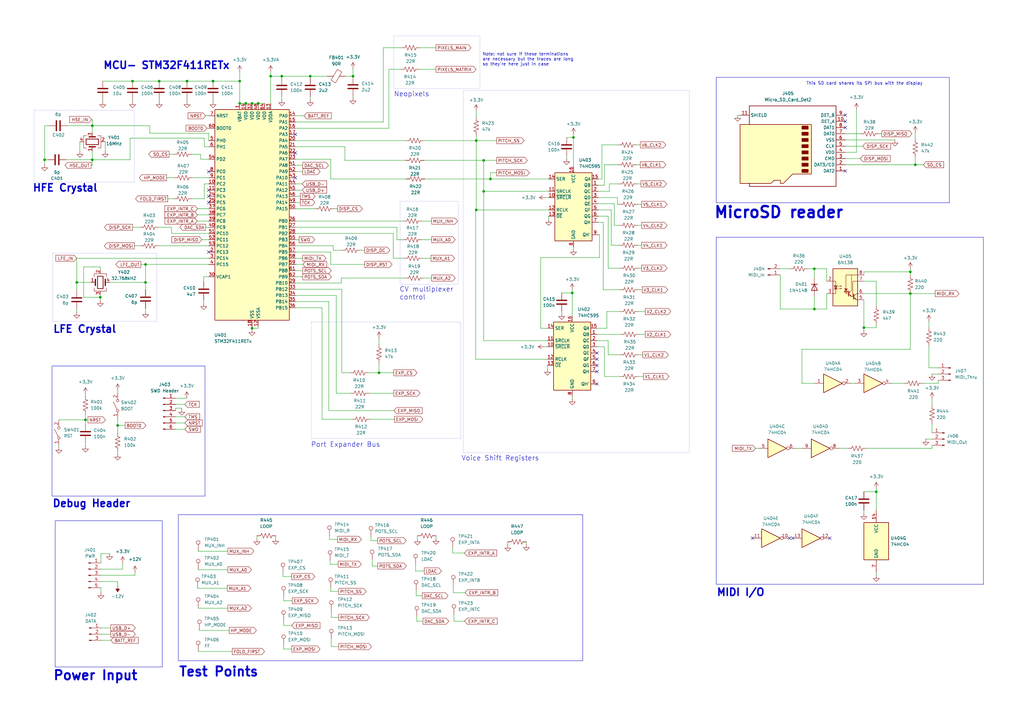
<source format=kicad_sch>
(kicad_sch (version 20231120) (generator "eeschema") (generator_version "8.0")
  (paper "A3")
  (junction (at 334.01 110.236))
  (junction (at 105.918 42.418))
  (junction (at 115.57 31.242))
  (junction (at 354.33 134.366))
  (junction (at 37.846 51.562))
  (junction (at 100.838 42.418))
  (junction (at 103.378 134.62))
  (junction (at 48.26 174.498))
  (junction (at 54.356 33.274))
  (junction (at 201.168 73.406))
  (junction (at 37.846 65.532))
  (junction (at 359.41 201.676))
  (junction (at 59.69 115.824))
  (junction (at 127.254 31.242))
  (junction (at 31.496 115.824))
  (junction (at 195.326 57.658))
  (junction (at 103.378 42.418))
  (junction (at 198.374 65.786))
  (junction (at 65.278 33.274))
  (junction (at 155.448 152.908))
  (junction (at 235.204 56.388))
  (junction (at 373.38 111.506))
  (junction (at 234.696 120.142))
  (junction (at 144.78 31.242))
  (junction (at 195.326 86.106))
  (junction (at 98.298 42.418))
  (junction (at 41.148 121.92))
  (junction (at 18.288 65.532))
  (junction (at 110.998 31.242))
  (junction (at 98.298 33.274))
  (junction (at 334.01 126.746))
  (junction (at 59.69 108.458))
  (junction (at 35.052 172.212))
  (junction (at 373.38 120.396))
  (junction (at 375.412 67.564))
  (junction (at 198.374 78.486))
  (junction (at 76.708 33.274))
  (junction (at 87.376 33.274))
  (no_connect (at 244.856 147.32))
  (no_connect (at 85.598 80.518))
  (no_connect (at 85.598 70.358))
  (no_connect (at 121.158 72.898))
  (no_connect (at 346.71 70.104))
  (no_connect (at 85.598 103.378))
  (no_connect (at 308.61 220.726))
  (no_connect (at 325.12 220.726))
  (no_connect (at 340.36 220.726))
  (no_connect (at 346.71 52.324))
  (no_connect (at 244.856 149.86))
  (no_connect (at 323.85 220.726))
  (no_connect (at 244.856 157.48))
  (no_connect (at 85.598 83.058))
  (no_connect (at 346.71 49.784))
  (no_connect (at 244.856 152.4))
  (no_connect (at 346.71 47.244))
  (no_connect (at 85.598 77.978))
  (no_connect (at 244.856 144.78))
  (no_connect (at 121.158 55.118))
  (no_connect (at 121.158 62.738))
  (wire (pts (xy 27.178 65.532) (xy 37.846 65.532)))
  (wire (pts (xy 246.888 73.406) (xy 246.888 59.436)))
  (wire (pts (xy 81.026 241.3) (xy 93.218 241.3)))
  (wire (pts (xy 121.158 57.658) (xy 166.37 57.658)))
  (wire (pts (xy 81.788 258.318) (xy 81.788 258.572)))
  (wire (pts (xy 82.296 63.246) (xy 82.296 65.278)))
  (wire (pts (xy 116.332 244.602) (xy 116.332 246.38)))
  (wire (pts (xy 174.244 73.406) (xy 201.168 73.406)))
  (wire (pts (xy 113.03 219.71) (xy 113.03 220.726)))
  (wire (pts (xy 37.338 115.824) (xy 31.496 115.824)))
  (wire (pts (xy 135.128 221.234) (xy 138.43 221.234)))
  (wire (pts (xy 185.674 224.536) (xy 185.674 226.822)))
  (wire (pts (xy 121.158 100.838) (xy 136.652 100.838)))
  (wire (pts (xy 135.382 231.394) (xy 138.684 231.394)))
  (wire (pts (xy 247.904 67.564) (xy 253.492 67.564)))
  (wire (pts (xy 31.496 126.746) (xy 31.496 128.016)))
  (wire (pts (xy 221.742 105.664) (xy 245.872 105.664)))
  (wire (pts (xy 136.652 102.616) (xy 140.208 102.616)))
  (wire (pts (xy 339.09 115.316) (xy 339.09 110.236)))
  (wire (pts (xy 74.549 167.386) (xy 74.549 167.767)))
  (wire (pts (xy 135.636 108.458) (xy 149.606 108.458)))
  (wire (pts (xy 370.84 157.226) (xy 365.76 157.226)))
  (wire (pts (xy 185.674 226.822) (xy 190.5 226.822)))
  (wire (pts (xy 245.364 88.646) (xy 249.428 88.646)))
  (wire (pts (xy 135.382 229.87) (xy 135.382 231.394)))
  (wire (pts (xy 249.428 139.7) (xy 244.856 139.7)))
  (wire (pts (xy 234.696 120.142) (xy 234.696 129.54)))
  (wire (pts (xy 57.785 108.458) (xy 59.69 108.458)))
  (wire (pts (xy 246.888 59.436) (xy 253.492 59.436)))
  (wire (pts (xy 320.04 110.236) (xy 323.85 110.236)))
  (wire (pts (xy 382.27 177.546) (xy 382.27 173.736)))
  (wire (pts (xy 140.208 152.908) (xy 143.51 152.908)))
  (wire (pts (xy 155.448 148.844) (xy 155.448 152.908)))
  (wire (pts (xy 173.99 65.786) (xy 198.374 65.786)))
  (wire (pts (xy 230.378 127.762) (xy 230.378 128.524)))
  (wire (pts (xy 34.29 109.474) (xy 34.29 121.92)))
  (wire (pts (xy 105.918 134.62) (xy 103.378 134.62)))
  (wire (pts (xy 354.33 201.676) (xy 359.41 201.676)))
  (wire (pts (xy 137.922 161.29) (xy 143.764 161.29)))
  (wire (pts (xy 37.846 51.562) (xy 61.468 51.562)))
  (wire (pts (xy 375.412 67.564) (xy 378.714 67.564)))
  (wire (pts (xy 34.29 121.92) (xy 41.148 121.92)))
  (wire (pts (xy 132.08 171.958) (xy 144.272 171.958)))
  (wire (pts (xy 249.428 145.542) (xy 254.254 145.542)))
  (wire (pts (xy 349.25 157.226) (xy 350.52 157.226)))
  (wire (pts (xy 248.92 127.762) (xy 254.254 127.762)))
  (wire (pts (xy 81.788 258.572) (xy 93.98 258.572)))
  (wire (pts (xy 72.009 165.862) (xy 75.819 165.862)))
  (wire (pts (xy 127.254 31.242) (xy 134.112 31.242)))
  (wire (pts (xy 230.378 120.142) (xy 234.696 120.142)))
  (wire (pts (xy 178.816 219.71) (xy 178.816 220.726)))
  (wire (pts (xy 141.478 65.786) (xy 166.37 65.786)))
  (wire (pts (xy 354.33 112.776) (xy 354.33 111.506)))
  (wire (pts (xy 116.332 266.192) (xy 119.634 266.192)))
  (wire (pts (xy 360.426 54.864) (xy 361.696 54.864)))
  (wire (pts (xy 151.384 161.29) (xy 161.544 161.29)))
  (wire (pts (xy 121.158 67.818) (xy 124.206 67.818)))
  (wire (pts (xy 195.072 86.106) (xy 195.326 86.106)))
  (wire (pts (xy 41.402 230.886) (xy 41.402 227.076)))
  (wire (pts (xy 355.346 183.896) (xy 382.27 183.896)))
  (wire (pts (xy 110.998 31.242) (xy 110.998 42.418)))
  (wire (pts (xy 354.33 209.296) (xy 354.33 210.566)))
  (wire (pts (xy 41.148 120.904) (xy 41.148 121.92)))
  (wire (pts (xy 346.71 67.564) (xy 375.412 67.564)))
  (wire (pts (xy 83.82 75.438) (xy 85.598 75.438)))
  (wire (pts (xy 81.026 85.598) (xy 85.598 85.598)))
  (wire (pts (xy 121.158 103.378) (xy 135.636 103.378)))
  (wire (pts (xy 208.28 222.25) (xy 208.28 223.52)))
  (wire (pts (xy 136.652 100.838) (xy 136.652 102.616)))
  (wire (pts (xy 48.26 174.498) (xy 48.26 177.546)))
  (wire (pts (xy 82.804 98.298) (xy 85.598 98.298)))
  (wire (pts (xy 31.496 105.918) (xy 85.598 105.918)))
  (wire (pts (xy 85.598 95.758) (xy 70.358 95.758)))
  (wire (pts (xy 141.732 31.242) (xy 144.78 31.242)))
  (wire (pts (xy 103.378 133.858) (xy 103.378 134.62)))
  (wire (pts (xy 344.17 183.896) (xy 347.726 183.896)))
  (wire (pts (xy 225.044 86.106) (xy 195.326 86.106)))
  (wire (pts (xy 83.82 56.642) (xy 53.34 56.642)))
  (wire (pts (xy 135.89 250.444) (xy 135.89 253.238)))
  (wire (pts (xy 186.182 254.762) (xy 190.5 254.762)))
  (wire (pts (xy 72.009 167.386) (xy 74.549 167.386)))
  (wire (pts (xy 249.428 88.646) (xy 249.428 109.982)))
  (wire (pts (xy 18.288 65.532) (xy 18.288 51.562)))
  (wire (pts (xy 253.238 81.026) (xy 253.238 83.82)))
  (wire (pts (xy 121.158 85.598) (xy 129.286 85.598)))
  (wire (pts (xy 302.514 47.244) (xy 303.53 47.244)))
  (wire (pts (xy 384.81 157.226) (xy 378.46 157.226)))
  (wire (pts (xy 249.428 145.542) (xy 249.428 139.7)))
  (wire (pts (xy 48.26 160.02) (xy 48.26 161.29)))
  (wire (pts (xy 31.496 115.824) (xy 31.496 119.126)))
  (wire (pts (xy 65.278 40.894) (xy 65.278 41.656)))
  (wire (pts (xy 54.356 40.894) (xy 54.356 41.656)))
  (wire (pts (xy 152.146 219.964) (xy 152.146 221.742)))
  (wire (pts (xy 98.298 29.464) (xy 98.298 33.274)))
  (wire (pts (xy 261.874 118.872) (xy 263.398 118.872)))
  (wire (pts (xy 354.33 122.936) (xy 354.33 134.366)))
  (wire (pts (xy 59.69 126.492) (xy 59.69 127.762)))
  (wire (pts (xy 37.338 67.818) (xy 37.846 67.818)))
  (wire (pts (xy 152.654 229.616) (xy 152.654 232.156)))
  (wire (pts (xy 248.92 134.62) (xy 244.856 134.62)))
  (wire (pts (xy 351.282 44.958) (xy 351.282 62.484)))
  (wire (pts (xy 171.196 219.71) (xy 171.196 220.98)))
  (wire (pts (xy 261.874 109.982) (xy 263.144 109.982)))
  (wire (pts (xy 247.904 142.24) (xy 244.856 142.24)))
  (wire (pts (xy 121.158 77.978) (xy 123.952 77.978)))
  (wire (pts (xy 186.182 251.968) (xy 186.182 254.762)))
  (wire (pts (xy 81.026 241.046) (xy 81.026 241.3)))
  (wire (pts (xy 81.28 249.174) (xy 81.28 249.428)))
  (wire (pts (xy 384.81 155.956) (xy 384.81 157.226)))
  (wire (pts (xy 170.434 234.188) (xy 170.434 231.394)))
  (wire (pts (xy 245.364 86.106) (xy 250.698 86.106)))
  (wire (pts (xy 351.282 62.484) (xy 346.71 62.484)))
  (wire (pts (xy 195.326 45.466) (xy 195.326 48.006)))
  (wire (pts (xy 151.13 152.908) (xy 155.448 152.908)))
  (wire (pts (xy 334.01 114.046) (xy 334.01 110.236)))
  (wire (pts (xy 37.592 49.022) (xy 37.846 49.022)))
  (wire (pts (xy 221.742 105.664) (xy 221.742 134.62)))
  (wire (pts (xy 172.974 98.298) (xy 177.038 98.298)))
  (wire (pts (xy 152.654 232.156) (xy 154.94 232.156)))
  (wire (pts (xy 134.874 123.698) (xy 134.874 168.402)))
  (wire (pts (xy 41.402 238.506) (xy 48.26 238.506)))
  (wire (pts (xy 250.698 100.584) (xy 254 100.584)))
  (wire (pts (xy 41.402 235.966) (xy 55.372 235.966)))
  (wire (pts (xy 157.226 19.558) (xy 164.592 19.558)))
  (wire (pts (xy 78.994 72.898) (xy 85.598 72.898)))
  (wire (pts (xy 59.69 108.458) (xy 85.598 108.458)))
  (wire (pts (xy 35.052 169.926) (xy 35.052 172.212)))
  (wire (pts (xy 261.112 59.436) (xy 262.636 59.436)))
  (wire (pts (xy 76.708 33.274) (xy 87.376 33.274)))
  (wire (pts (xy 135.636 241.046) (xy 135.636 242.57)))
  (wire (pts (xy 121.158 110.998) (xy 124.206 110.998)))
  (wire (pts (xy 81.28 266.954) (xy 81.28 267.208)))
  (wire (pts (xy 139.954 116.078) (xy 139.954 114.046)))
  (wire (pts (xy 144.78 28.194) (xy 144.78 31.242)))
  (wire (pts (xy 375.412 64.516) (xy 375.412 67.564)))
  (wire (pts (xy 32.766 58.166) (xy 32.766 61.976)))
  (wire (pts (xy 234.696 118.872) (xy 234.696 120.142)))
  (wire (pts (xy 309.88 183.896) (xy 311.15 183.896)))
  (wire (pts (xy 172.212 19.558) (xy 178.816 19.558)))
  (wire (pts (xy 110.998 31.242) (xy 115.57 31.242)))
  (wire (pts (xy 320.04 126.746) (xy 334.01 126.746)))
  (wire (pts (xy 41.148 110.744) (xy 41.148 109.474)))
  (wire (pts (xy 68.326 72.898) (xy 71.374 72.898)))
  (wire (pts (xy 83.566 123.19) (xy 83.566 124.46)))
  (wire (pts (xy 87.376 33.274) (xy 98.298 33.274)))
  (wire (pts (xy 373.38 143.256) (xy 373.38 120.396)))
  (wire (pts (xy 85.598 60.198) (xy 83.82 60.198)))
  (wire (pts (xy 41.402 233.426) (xy 50.292 233.426)))
  (wire (pts (xy 41.656 262.636) (xy 45.466 262.636)))
  (wire (pts (xy 328.93 157.226) (xy 328.93 143.256)))
  (wire (pts (xy 121.158 95.758) (xy 161.29 95.758)))
  (wire (pts (xy 81.28 267.208) (xy 95.25 267.208)))
  (wire (pts (xy 195.326 57.658) (xy 203.708 57.658)))
  (wire (pts (xy 354.33 134.366) (xy 354.33 135.636)))
  (wire (pts (xy 201.168 73.406) (xy 225.044 73.406)))
  (wire (pts (xy 346.71 65.024) (xy 352.806 65.024)))
  (wire (pts (xy 140.208 118.618) (xy 140.208 152.908)))
  (wire (pts (xy 121.158 83.058) (xy 123.19 83.058)))
  (wire (pts (xy 83.82 60.198) (xy 83.82 56.642)))
  (wire (pts (xy 245.872 96.266) (xy 245.364 96.266)))
  (wire (pts (xy 100.838 42.418) (xy 103.378 42.418)))
  (wire (pts (xy 198.374 65.786) (xy 203.708 65.786)))
  (wire (pts (xy 70.358 93.218) (xy 65.024 93.218)))
  (wire (pts (xy 115.57 39.624) (xy 115.57 40.894)))
  (wire (pts (xy 48.26 238.506) (xy 48.26 240.284)))
  (wire (pts (xy 61.468 54.61) (xy 85.598 54.61)))
  (wire (pts (xy 171.958 28.448) (xy 178.816 28.448)))
  (wire (pts (xy 139.954 114.046) (xy 166.116 114.046)))
  (wire (pts (xy 195.326 55.626) (xy 195.326 57.658)))
  (wire (pts (xy 136.906 85.598) (xy 138.43 85.598)))
  (wire (pts (xy 373.38 111.506) (xy 373.38 112.776)))
  (wire (pts (xy 78.74 81.534) (xy 83.82 81.534)))
  (wire (pts (xy 234.696 162.56) (xy 234.696 163.576)))
  (wire (pts (xy 72.009 170.942) (xy 75.819 170.942)))
  (wire (pts (xy 48.26 171.45) (xy 48.26 174.498)))
  (wire (pts (xy 173.99 234.188) (xy 170.434 234.188)))
  (wire (pts (xy 170.688 244.348) (xy 173.228 244.348)))
  (wire (pts (xy 328.93 143.256) (xy 373.38 143.256)))
  (wire (pts (xy 261.874 145.542) (xy 263.652 145.542)))
  (wire (pts (xy 41.402 227.076) (xy 44.958 227.076)))
  (wire (pts (xy 157.226 50.038) (xy 157.226 19.558)))
  (wire (pts (xy 81.28 233.426) (xy 81.28 233.68)))
  (wire (pts (xy 37.846 65.532) (xy 37.846 67.818)))
  (wire (pts (xy 135.89 265.176) (xy 135.89 262.128)))
  (wire (pts (xy 346.71 57.404) (xy 367.03 57.404)))
  (wire (pts (xy 225.044 88.646) (xy 225.044 89.916)))
  (wire (pts (xy 121.158 116.078) (xy 139.954 116.078)))
  (wire (pts (xy 121.158 121.158) (xy 137.922 121.158)))
  (wire (pts (xy 127.254 39.624) (xy 127.254 40.894)))
  (wire (pts (xy 82.296 65.278) (xy 85.598 65.278)))
  (wire (pts (xy 215.9 222.25) (xy 215.9 223.266)))
  (wire (pts (xy 173.99 57.658) (xy 195.326 57.658)))
  (wire (pts (xy 359.41 133.096) (xy 359.41 134.366)))
  (wire (pts (xy 346.71 54.864) (xy 352.806 54.864)))
  (wire (pts (xy 232.41 64.008) (xy 232.41 65.024)))
  (wire (pts (xy 223.774 81.026) (xy 225.044 81.026)))
  (wire (pts (xy 54.356 33.274) (xy 65.278 33.274)))
  (wire (pts (xy 121.158 123.698) (xy 134.874 123.698)))
  (wire (pts (xy 261.874 154.432) (xy 263.906 154.432)))
  (wire (pts (xy 382.27 153.416) (xy 384.81 153.416)))
  (wire (pts (xy 135.89 253.238) (xy 138.938 253.238)))
  (wire (pts (xy 152.146 221.742) (xy 154.94 221.742)))
  (wire (pts (xy 121.158 118.618) (xy 140.208 118.618)))
  (wire (pts (xy 201.168 70.866) (xy 203.708 70.866)))
  (wire (pts (xy 31.496 105.918) (xy 31.496 115.824)))
  (wire (pts (xy 41.148 121.92) (xy 41.148 123.19)))
  (wire (pts (xy 201.168 73.406) (xy 201.168 70.866)))
  (wire (pts (xy 198.374 78.486) (xy 198.374 65.786)))
  (wire (pts (xy 170.942 254.762) (xy 173.482 254.762)))
  (wire (pts (xy 121.158 65.278) (xy 135.636 65.278)))
  (wire (pts (xy 261.366 75.438) (xy 262.89 75.438)))
  (wire (pts (xy 48.26 174.498) (xy 51.308 174.498)))
  (wire (pts (xy 84.836 52.578) (xy 85.598 52.578)))
  (wire (pts (xy 221.742 134.62) (xy 224.536 134.62)))
  (wire (pts (xy 37.846 61.976) (xy 37.846 65.532)))
  (wire (pts (xy 115.57 31.242) (xy 115.57 32.004)))
  (wire (pts (xy 162.814 98.298) (xy 165.354 98.298)))
  (wire (pts (xy 121.158 47.498) (xy 124.714 47.498)))
  (wire (pts (xy 43.18 58.166) (xy 42.926 58.166)))
  (wire (pts (xy 320.04 112.776) (xy 320.04 126.746)))
  (wire (pts (xy 85.598 54.61) (xy 85.598 57.658)))
  (wire (pts (xy 43.18 61.976) (xy 43.18 58.166)))
  (wire (pts (xy 83.566 115.57) (xy 83.566 113.538)))
  (wire (pts (xy 76.708 40.894) (xy 76.708 41.656)))
  (wire (pts (xy 41.148 109.474) (xy 34.29 109.474)))
  (wire (pts (xy 373.38 120.396) (xy 383.54 120.396)))
  (wire (pts (xy 65.278 33.274) (xy 76.708 33.274)))
  (wire (pts (xy 185.928 243.078) (xy 185.928 240.03)))
  (wire (pts (xy 135.636 242.57) (xy 138.938 242.57)))
  (wire (pts (xy 354.33 115.316) (xy 359.41 115.316)))
  (wire (pts (xy 190.754 243.078) (xy 185.928 243.078)))
  (wire (pts (xy 244.856 137.16) (xy 254.508 137.16)))
  (wire (pts (xy 37.846 65.532) (xy 53.34 65.532)))
  (wire (pts (xy 103.378 134.62) (xy 103.378 135.128)))
  (wire (pts (xy 381 141.986) (xy 381 150.876)))
  (wire (pts (xy 135.636 103.378) (xy 135.636 108.458)))
  (wire (pts (xy 373.38 110.236) (xy 373.38 111.506)))
  (wire (pts (xy 247.904 154.432) (xy 254.254 154.432)))
  (wire (pts (xy 103.378 42.418) (xy 105.918 42.418)))
  (wire (pts (xy 81.28 233.68) (xy 93.472 233.68)))
  (wire (pts (xy 121.158 60.198) (xy 141.478 60.198)))
  (wire (pts (xy 72.009 168.402) (xy 72.009 167.386)))
  (wire (pts (xy 83.566 113.538) (xy 85.598 113.538)))
  (wire (pts (xy 223.266 142.24) (xy 224.536 142.24)))
  (wire (pts (xy 81.026 88.138) (xy 85.598 88.138)))
  (wire (pts (xy 135.128 219.71) (xy 135.128 221.234)))
  (wire (pts (xy 359.41 234.696) (xy 359.41 235.966)))
  (wire (pts (xy 18.288 51.562) (xy 20.066 51.562)))
  (wire (pts (xy 251.968 92.456) (xy 254 92.456)))
  (wire (pts (xy 249.936 75.438) (xy 253.746 75.438)))
  (wire (pts (xy 42.164 33.274) (xy 54.356 33.274)))
  (wire (pts (xy 155.448 138.684) (xy 155.448 141.224)))
  (wire (pts (xy 235.204 55.118) (xy 235.204 56.388)))
  (wire (pts (xy 375.412 54.356) (xy 375.412 56.896)))
  (wire (pts (xy 121.158 98.298) (xy 122.682 98.298)))
  (wire (pts (xy 119.634 256.54) (xy 116.332 256.54)))
  (wire (pts (xy 245.364 83.566) (xy 251.968 83.566)))
  (wire (pts (xy 35.052 181.61) (xy 35.052 182.88)))
  (wire (pts (xy 172.974 90.678) (xy 177.038 90.678)))
  (wire (pts (xy 127.254 31.242) (xy 127.254 32.004)))
  (wire (pts (xy 24.13 172.466) (xy 24.13 172.212)))
  (wire (pts (xy 224.536 139.7) (xy 198.374 139.7)))
  (wire (pts (xy 155.448 152.908) (xy 161.544 152.908)))
  (wire (pts (xy 121.158 126.238) (xy 132.08 126.238)))
  (wire (pts (xy 35.052 161.544) (xy 35.052 162.306)))
  (wire (pts (xy 162.814 93.218) (xy 162.814 98.298)))
  (wire (pts (xy 235.204 101.346) (xy 235.204 102.108)))
  (wire (pts (xy 87.376 40.894) (xy 87.376 41.656)))
  (wire (pts (xy 121.158 90.678) (xy 165.354 90.678)))
  (wire (pts (xy 334.01 110.236) (xy 339.09 110.236)))
  (wire (pts (xy 261.62 92.456) (xy 263.144 92.456)))
  (wire (pts (xy 72.009 173.482) (xy 75.819 173.482)))
  (wire (pts (xy 61.468 51.562) (xy 61.468 54.61)))
  (wire (pts (xy 27.686 51.562) (xy 37.846 51.562)))
  (wire (pts (xy 80.899 90.678) (xy 85.598 90.678)))
  (wire (pts (xy 249.936 78.486) (xy 249.936 75.438)))
  (wire (pts (xy 245.364 81.026) (xy 253.238 81.026)))
  (wire (pts (xy 59.69 115.824) (xy 44.958 115.824)))
  (wire (pts (xy 379.73 180.086) (xy 382.27 180.086)))
  (wire (pts (xy 55.372 235.966) (xy 55.372 234.696)))
  (wire (pts (xy 359.41 115.316) (xy 359.41 125.476)))
  (wire (pts (xy 98.298 42.418) (xy 100.838 42.418)))
  (wire (pts (xy 18.288 65.532) (xy 19.558 65.532)))
  (wire (pts (xy 59.69 108.458) (xy 59.69 115.824)))
  (wire (pts (xy 262.128 137.16) (xy 264.668 137.16)))
  (wire (pts (xy 359.41 201.676) (xy 359.41 209.296)))
  (wire (pts (xy 224.536 149.86) (xy 224.536 151.384)))
  (wire (pts (xy 24.13 182.626) (xy 24.13 183.388)))
  (wire (pts (xy 105.918 42.418) (xy 108.458 42.418)))
  (wire (pts (xy 261.62 100.584) (xy 263.144 100.584)))
  (wire (pts (xy 105.41 219.71) (xy 105.41 220.98)))
  (wire (pts (xy 354.33 120.396) (xy 373.38 120.396)))
  (wire (pts (xy 245.364 75.946) (xy 247.904 75.946)))
  (wire (pts (xy 326.39 183.896) (xy 328.93 183.896)))
  (wire (pts (xy 121.158 52.578) (xy 159.512 52.578)))
  (wire (pts (xy 245.364 73.406) (xy 246.888 73.406)))
  (wire (pts (xy 161.29 105.918) (xy 165.608 105.918)))
  (wire (pts (xy 261.874 127.762) (xy 264.668 127.762)))
  (wire (pts (xy 354.33 111.506) (xy 373.38 111.506)))
  (wire (pts (xy 116.078 236.474) (xy 119.634 236.474)))
  (wire (pts (xy 137.922 121.158) (xy 137.922 161.29)))
  (wire (pts (xy 78.74 63.246) (xy 82.296 63.246)))
  (wire (pts (xy 81.28 249.428) (xy 93.472 249.428)))
  (wire (pts (xy 253.238 83.82) (xy 254 83.82)))
  (wire (pts (xy 251.968 83.566) (xy 251.968 92.456)))
  (wire (pts (xy 141.478 60.198) (xy 141.478 65.786)))
  (wire (pts (xy 115.57 31.242) (xy 127.254 31.242)))
  (wire (pts (xy 116.332 246.38) (xy 119.888 246.38)))
  (wire (pts (xy 334.01 157.226) (xy 328.93 157.226)))
  (wire (pts (xy 134.874 168.402) (xy 161.544 168.402)))
  (wire (pts (xy 381 150.876) (xy 384.81 150.876)))
  (wire (pts (xy 68.834 81.534) (xy 71.12 81.534)))
  (wire (pts (xy 159.512 52.578) (xy 159.512 28.448)))
  (wire (pts (xy 135.636 73.406) (xy 166.624 73.406)))
  (wire (pts (xy 195.326 57.658) (xy 195.326 86.106)))
  (wire (pts (xy 151.892 171.958) (xy 161.798 171.958)))
  (wire (pts (xy 84.328 47.498) (xy 85.598 47.498)))
  (wire (pts (xy 121.158 93.218) (xy 162.814 93.218)))
  (wire (pts (xy 161.29 95.758) (xy 161.29 105.918)))
  (wire (pts (xy 110.998 29.464) (xy 110.998 31.242)))
  (wire (pts (xy 116.332 256.54) (xy 116.332 254.508)))
  (wire (pts (xy 55.118 100.838) (xy 57.404 100.838)))
  (wire (pts (xy 331.47 110.236) (xy 334.01 110.236)))
  (wire (pts (xy 72.009 163.322) (xy 76.581 163.322)))
  (wire (pts (xy 116.078 234.95) (xy 116.078 236.474)))
  (wire (pts (xy 37.846 51.562) (xy 37.846 54.356)))
  (wire (pts (xy 250.698 86.106) (xy 250.698 100.584)))
  (wire (pts (xy 247.396 91.186) (xy 247.396 118.872)))
  (wire (pts (xy 144.78 31.242) (xy 144.78 31.75)))
  (wire (pts (xy 157.226 50.038) (xy 121.158 50.038)))
  (wire (pts (xy 334.01 126.746) (xy 339.09 126.746)))
  (wire (pts (xy 81.28 225.806) (xy 81.28 226.06)))
  (wire (pts (xy 261.62 83.82) (xy 263.144 83.82)))
  (wire (pts (xy 83.82 81.534) (xy 83.82 75.438)))
  (wire (pts (xy 247.904 75.946) (xy 247.904 67.564)))
  (wire (pts (xy 121.158 108.458) (xy 124.206 108.458)))
  (wire (pts (xy 245.872 105.664) (xy 245.872 96.266)))
  (wire (pts (xy 135.636 65.278) (xy 135.636 73.406)))
  (wire (pts (xy 37.846 49.022) (xy 37.846 51.562)))
  (wire (pts (xy 173.228 105.918) (xy 176.784 105.918)))
  (wire (pts (xy 105.918 133.858) (xy 105.918 134.62)))
  (wire (pts (xy 224.536 147.32) (xy 195.072 147.32)))
  (wire (pts (xy 132.08 126.238) (xy 132.08 171.958)))
  (wire (pts (xy 346.71 59.944) (xy 353.822 59.944)))
  (wire (pts (xy 354.33 134.366) (xy 359.41 134.366)))
  (wire (pts (xy 245.364 78.486) (xy 249.936 78.486)))
  (wire (pts (xy 382.27 182.626) (xy 382.27 183.896)))
  (wire (pts (xy 138.938 265.176) (xy 135.89 265.176)))
  (wire (pts (xy 35.052 172.212) (xy 36.068 172.212)))
  (wire (pts (xy 53.34 56.642) (xy 53.34 65.532)))
  (wire (pts (xy 41.402 241.046) (xy 41.402 243.078)))
  (wire (pts (xy 247.396 118.872) (xy 254.254 118.872)))
  (wire (pts (xy 72.009 176.022) (xy 75.819 176.022)))
  (wire (pts (xy 121.158 105.918) (xy 124.206 105.918)))
  (wire (pts (xy 70.358 95.758) (xy 70.358 93.218)))
  (wire (pts (xy 24.13 172.212) (xy 35.052 172.212)))
  (wire (pts (xy 98.298 33.274) (xy 98.298 42.418)))
  (wire (pts (xy 59.69 115.824) (xy 59.69 118.872)))
  (wire (pts (xy 170.942 252.73) (xy 170.942 254.762)))
  (wire (pts (xy 382.27 163.576) (xy 382.27 166.116)))
  (wire (pts (xy 261.112 67.564) (xy 262.636 67.564)))
  (wire (pts (xy 121.158 80.518) (xy 123.19 80.518)))
  (wire (pts (xy 147.828 102.616) (xy 149.606 102.616)))
  (wire (pts (xy 195.072 147.32) (xy 195.072 86.106)))
  (wire (pts (xy 50.292 233.426) (xy 50.292 230.886)))
  (wire (pts (xy 235.204 56.388) (xy 235.204 68.326)))
  (wire (pts (xy 116.332 264.414) (xy 116.332 266.192)))
  (wire (pts (xy 121.158 70.358) (xy 124.206 70.358)))
  (wire (pts (xy 76.581 163.322) (xy 76.581 163.195)))
  (wire (pts (xy 35.052 172.212) (xy 35.052 173.99)))
  (wire (pts (xy 48.26 185.166) (xy 48.26 186.182)))
  (wire (pts (xy 248.92 127.762) (xy 248.92 134.62)))
  (wire (pts (xy 144.78 39.37) (xy 144.78 40.132)))
  (wire (pts (xy 121.158 113.538) (xy 124.206 113.538)))
  (wire (pts (xy 57.404 93.218) (xy 54.356 93.218)))
  (wire (pts (xy 18.288 67.564) (xy 18.288 65.532)))
  (wire (pts (xy 84.328 93.218) (xy 85.598 93.218)))
  (wire (pts (xy 41.656 260.096) (xy 45.466 260.096)))
  (wire (pts (xy 247.904 154.432) (xy 247.904 142.24)))
  (wire (pts (xy 225.044 78.486) (xy 198.374 78.486)))
  (wire (pts (xy 173.736 114.046) (xy 177.038 114.046)))
  (wire (pts (xy 42.164 40.894) (xy 42.164 41.656)))
  (wire (pts (xy 249.428 109.982) (xy 254.254 109.982)))
  (wire (pts (xy 334.01 121.666) (xy 334.01 126.746)))
  (wire (pts (xy 198.374 139.7) (xy 198.374 78.486)))
  (wire (pts (xy 170.688 242.062) (xy 170.688 244.348)))
  (wire (pts (xy 81.28 226.06) (xy 93.472 226.06)))
  (wire (pts (xy 69.342 63.246) (xy 71.12 63.246)))
  (wire (pts (xy 359.41 200.406) (xy 359.41 201.676)))
  (wire (pts (xy 339.09 126.746) (xy 339.09 120.396)))
  (wire (pts (xy 159.512 28.448) (xy 164.338 28.448)))
  (wire (pts (xy 41.656 257.556) (xy 45.466 257.556)))
  (wire (pts (xy 381 131.826) (xy 381 134.366)))
  (wire (pts (xy 245.364 91.186) (xy 247.396 91.186)))
  (wire (pts (xy 232.41 56.388) (xy 235.204 56.388)))
  (wire (pts (xy 65.024 100.838) (xy 85.598 100.838)))
  (wire (pts (xy 121.158 75.438) (xy 123.952 75.438)))
  (rectangle (start 164.084 82.55) (end 187.96 116.586) (stroke (width 0) (type dot)))
  (rectangle (start 73.152 211.074) (end 239.014 271.018))
  (rectangle (start 189.992 37.084) (end 282.702 185.674) (stroke (width 0) (type dot)))
  (rectangle (start 161.544 14.732) (end 196.85 36.322) (stroke (width 0) (type dot)))
  (rectangle (start 293.751 31.75) (end 389.382 83.185))
  (rectangle (start 293.751 97.282) (end 403.352 239.649))
  (rectangle (start 21.336 150.114) (end 84.074 203.454))
  (rectangle (start 13.97 45.212) (end 55.118 74.676) (stroke (width 0) (type dot)))
  (rectangle (start 127.762 132.08) (end 188.976 179.832) (stroke (width 0) (type dot)))
  (rectangle (start 22.606 213.614) (end 66.548 273.558))
  (rectangle (start 21.59 103.886) (end 64.262 131.826) (stroke (width 0) (type dot)))
  (text "Neopixels" (at 161.544 39.878 0) (effects (font (size 2 2)) (justify left bottom)))
  (text "HFE Crystal" (at 13.208 78.994 0) (effects (font (size 3 3) (thickness 0.6) (bold yes)) (justify left bottom)))
  (text "CV multiplexer\ncontrol" (at 163.83 123.19 0) (effects (font (size 2 2)) (justify left bottom)))
  (text "LFE Crystal" (at 21.59 136.906 0) (effects (font (size 3 3) (thickness 0.6) (bold yes)) (justify left bottom)))
  (text "Power Input" (at 21.59 279.4 0) (effects (font (size 3.81 3.81) (thickness 0.762) (bold yes)) (justify left bottom)))
  (text "Voice Shift Registers" (at 189.23 189.23 0) (effects (font (size 2 2)) (justify left bottom)))
  (text "Note: not sure if these terminations\nare necessary but the traces are long\nso they're here just in case" (at 197.866 24.384 0) (effects (font (size 1.27 1.27)) (justify left)))
  (text "Debug Header" (at 21.336 208.407 0) (effects (font (size 3 3) (thickness 0.6) (bold yes)) (justify left bottom)))
  (text "Test Points" (at 73.152 277.876 0) (effects (font (size 3.81 3.81) (thickness 0.762) (bold yes)) (justify left bottom)))
  (text "MIDI I/O" (at 293.751 244.856 0) (effects (font (size 3 3) (thickness 0.6) (bold yes)) (justify left bottom)))
  (text "MCU- STM32F411RETx" (at 42.164 28.702 0) (effects (font (size 3 3) (thickness 0.6) (bold yes)) (justify left bottom)))
  (text "Port Expander Bus" (at 127.508 183.642 0) (effects (font (size 2 2)) (justify left bottom)))
  (text "MicroSD reader" (at 292.608 89.916 0) (effects (font (size 4.572 4.572) (thickness 0.9144) (bold yes)) (justify left bottom)))
  (text "This SD card shares its SPI bus with the display" (at 378.46 35.052 0) (effects (font (size 1.27 1.27)) (justify right bottom)))
  (global_label "EXP_MISO" (shape input) (at 161.544 168.402 0) (property "Intersheetrefs" "${INTERSHEET_REFS}" (effects (hide yes))))
  (global_label "SWO" (shape output) (at 122.682 98.298 0) (property "Intersheetrefs" "${INTERSHEET_REFS}" (effects (hide yes))))
  (global_label "MUX_A0" (shape output) (at 177.038 98.298 0) (property "Intersheetrefs" "${INTERSHEET_REFS}" (effects (hide yes))))
  (global_label "MIDI_RX" (shape input) (at 124.206 108.458 0) (property "Intersheetrefs" "${INTERSHEET_REFS}" (effects (hide yes))))
  (global_label "PITCH_MOSI" (shape output) (at 203.708 70.866 0) (property "Intersheetrefs" "${INTERSHEET_REFS}" (effects (hide yes))))
  (global_label "BOOT0" (shape input) (at 84.836 52.578 180) (property "Intersheetrefs" "${INTERSHEET_REFS}" (effects (hide yes))))
  (global_label "V1_CLK1" (shape output) (at 263.906 154.432 0) (property "Intersheetrefs" "${INTERSHEET_REFS}" (effects (hide yes))))
  (global_label "EXP_INTR_C" (shape input) (at 190.5 254.762 0) (property "Intersheetrefs" "${INTERSHEET_REFS}" (effects (hide yes))))
  (global_label "EXP_MOSI" (shape output) (at 119.634 266.192 0) (property "Intersheetrefs" "${INTERSHEET_REFS}" (effects (hide yes))))
  (global_label "FOLD_FIRST" (shape output) (at 68.834 81.534 180) (property "Intersheetrefs" "${INTERSHEET_REFS}" (effects (hide yes))))
  (global_label "EXP_SCK" (shape output) (at 161.544 161.29 0) (property "Intersheetrefs" "${INTERSHEET_REFS}" (effects (hide yes))))
  (global_label "MIDI_RX" (shape output) (at 138.43 221.234 0) (property "Intersheetrefs" "${INTERSHEET_REFS}" (effects (hide yes))))
  (global_label "V2_CLK1" (shape output) (at 264.668 137.16 0) (property "Intersheetrefs" "${INTERSHEET_REFS}" (effects (hide yes))))
  (global_label "NRST" (shape input) (at 84.328 47.498 180) (property "Intersheetrefs" "${INTERSHEET_REFS}" (effects (hide yes))))
  (global_label "MIDI_RX" (shape output) (at 383.54 120.396 0) (property "Intersheetrefs" "${INTERSHEET_REFS}" (effects (hide yes))))
  (global_label "V3_CLK2" (shape output) (at 263.144 109.982 0) (property "Intersheetrefs" "${INTERSHEET_REFS}" (effects (hide yes))))
  (global_label "LFE_OUT" (shape output) (at 57.785 108.458 180) (property "Intersheetrefs" "${INTERSHEET_REFS}" (effects (hide yes))))
  (global_label "DISP_MISO" (shape output) (at 361.696 54.864 0) (property "Intersheetrefs" "${INTERSHEET_REFS}" (effects (hide yes))))
  (global_label "TMS" (shape output) (at 123.19 80.518 0) (property "Intersheetrefs" "${INTERSHEET_REFS}" (effects (hide yes))))
  (global_label "MUX_INH" (shape output) (at 93.472 226.06 0) (property "Intersheetrefs" "${INTERSHEET_REFS}" (effects (hide yes))))
  (global_label "EXP_INTR_A" (shape input) (at 190.5 226.822 0) (property "Intersheetrefs" "${INTERSHEET_REFS}" (effects (hide yes))))
  (global_label "MUX_A1" (shape output) (at 176.784 105.918 0) (property "Intersheetrefs" "${INTERSHEET_REFS}" (effects (hide yes))))
  (global_label "EXP_INTR_B" (shape input) (at 190.754 243.078 0) (property "Intersheetrefs" "${INTERSHEET_REFS}" (effects (hide yes))))
  (global_label "HP_MODE" (shape output) (at 68.326 72.898 180) (property "Intersheetrefs" "${INTERSHEET_REFS}" (effects (hide yes))))
  (global_label "DAC_SCL" (shape output) (at 173.228 244.348 0) (property "Intersheetrefs" "${INTERSHEET_REFS}" (effects (hide yes))))
  (global_label "PIXELS_MAIN" (shape output) (at 178.816 19.558 0) (property "Intersheetrefs" "${INTERSHEET_REFS}" (effects (hide yes))))
  (global_label "SD_CS" (shape input) (at 378.714 67.564 0) (property "Intersheetrefs" "${INTERSHEET_REFS}" (effects (hide yes))))
  (global_label "HSE_IN" (shape input) (at 37.592 49.022 180) (property "Intersheetrefs" "${INTERSHEET_REFS}" (effects (hide yes))))
  (global_label "DISP_DC" (shape output) (at 149.606 102.616 0) (property "Intersheetrefs" "${INTERSHEET_REFS}" (effects (hide yes))))
  (global_label "TCK" (shape output) (at 123.19 83.058 0) (property "Intersheetrefs" "${INTERSHEET_REFS}" (effects (hide yes))))
  (global_label "V5_CLK2" (shape output) (at 262.89 75.438 0) (property "Intersheetrefs" "${INTERSHEET_REFS}" (effects (hide yes))))
  (global_label "USB_D-" (shape output) (at 45.466 260.096 0) (property "Intersheetrefs" "${INTERSHEET_REFS}" (effects (hide yes))))
  (global_label "LFE_IN" (shape input) (at 31.496 105.918 180) (property "Intersheetrefs" "${INTERSHEET_REFS}" (effects (hide yes))))
  (global_label "LDAC" (shape output) (at 173.99 234.188 0) (property "Intersheetrefs" "${INTERSHEET_REFS}" (effects (hide yes))))
  (global_label "SWO" (shape input) (at 75.819 176.022 0) (property "Intersheetrefs" "${INTERSHEET_REFS}" (effects (hide yes))))
  (global_label "MIDI_TX" (shape output) (at 138.684 231.394 0) (property "Intersheetrefs" "${INTERSHEET_REFS}" (effects (hide yes))))
  (global_label "HP_MODE" (shape output) (at 93.98 258.572 0) (property "Intersheetrefs" "${INTERSHEET_REFS}" (effects (hide yes))))
  (global_label "MUX_A0" (shape output) (at 93.472 233.68 0) (property "Intersheetrefs" "${INTERSHEET_REFS}" (effects (hide yes))))
  (global_label "POTS_SCL" (shape output) (at 124.206 110.998 0) (property "Intersheetrefs" "${INTERSHEET_REFS}" (effects (hide yes))))
  (global_label "V2_CLK2" (shape output) (at 264.668 127.762 0) (property "Intersheetrefs" "${INTERSHEET_REFS}" (effects (hide yes))))
  (global_label "EXP_CS" (shape output) (at 161.544 152.908 0) (property "Intersheetrefs" "${INTERSHEET_REFS}" (effects (hide yes))))
  (global_label "EXP_MISO" (shape input) (at 119.634 256.54 0) (property "Intersheetrefs" "${INTERSHEET_REFS}" (effects (hide yes))))
  (global_label "DISP_SCK" (shape input) (at 353.822 59.944 0) (property "Intersheetrefs" "${INTERSHEET_REFS}" (effects (hide yes))))
  (global_label "V6_CLK1" (shape output) (at 262.636 67.564 0) (property "Intersheetrefs" "${INTERSHEET_REFS}" (effects (hide yes))))
  (global_label "PITCH_SS" (shape output) (at 138.938 242.57 0) (property "Intersheetrefs" "${INTERSHEET_REFS}" (effects (hide yes))))
  (global_label "MIDI_TX" (shape input) (at 309.88 183.896 180) (property "Intersheetrefs" "${INTERSHEET_REFS}" (effects (hide yes))))
  (global_label "DAC_SDA" (shape output) (at 84.328 93.218 180) (property "Intersheetrefs" "${INTERSHEET_REFS}" (effects (hide yes))))
  (global_label "TCK" (shape input) (at 75.819 165.862 0) (property "Intersheetrefs" "${INTERSHEET_REFS}" (effects (hide yes))))
  (global_label "BOOT0" (shape output) (at 51.308 174.498 0) (property "Intersheetrefs" "${INTERSHEET_REFS}" (effects (hide yes))))
  (global_label "MUX_INH" (shape output) (at 177.038 90.678 0) (property "Intersheetrefs" "${INTERSHEET_REFS}" (effects (hide yes))))
  (global_label "MUX_A2" (shape output) (at 93.472 249.428 0) (property "Intersheetrefs" "${INTERSHEET_REFS}" (effects (hide yes))))
  (global_label "POTS_SDA" (shape output) (at 154.94 232.156 0) (property "Intersheetrefs" "${INTERSHEET_REFS}" (effects (hide yes))))
  (global_label "V4_CLK1" (shape output) (at 263.144 100.584 0) (property "Intersheetrefs" "${INTERSHEET_REFS}" (effects (hide yes))))
  (global_label "V5_CLK1" (shape output) (at 263.144 83.82 0) (property "Intersheetrefs" "${INTERSHEET_REFS}" (effects (hide yes))))
  (global_label "MUX_A1" (shape output) (at 93.218 241.3 0) (property "Intersheetrefs" "${INTERSHEET_REFS}" (effects (hide yes))))
  (global_label "DISP_SCK" (shape output) (at 54.356 93.218 180) (property "Intersheetrefs" "${INTERSHEET_REFS}" (effects (hide yes))))
  (global_label "EXP_SCK" (shape output) (at 119.888 246.38 0) (property "Intersheetrefs" "${INTERSHEET_REFS}" (effects (hide yes))))
  (global_label "FOLD_FIRST" (shape output) (at 95.25 267.208 0) (property "Intersheetrefs" "${INTERSHEET_REFS}" (effects (hide yes))))
  (global_label "BATT_REF" (shape input) (at 124.714 47.498 0) (property "Intersheetrefs" "${INTERSHEET_REFS}" (effects (hide yes))))
  (global_label "EXP_INTR_B" (shape input) (at 81.026 88.138 180) (property "Intersheetrefs" "${INTERSHEET_REFS}" (effects (hide yes))))
  (global_label "LDAC" (shape output) (at 124.206 70.358 0) (property "Intersheetrefs" "${INTERSHEET_REFS}" (effects (hide yes))))
  (global_label "EXP_CS" (shape output) (at 119.634 236.474 0) (property "Intersheetrefs" "${INTERSHEET_REFS}" (effects (hide yes))))
  (global_label "PITCH_SS" (shape output) (at 203.708 57.658 0) (property "Intersheetrefs" "${INTERSHEET_REFS}" (effects (hide yes))))
  (global_label "DISP_MOSI" (shape input) (at 352.806 65.024 0) (property "Intersheetrefs" "${INTERSHEET_REFS}" (effects (hide yes))))
  (global_label "PITCH_SCK" (shape output) (at 138.938 253.238 0) (property "Intersheetrefs" "${INTERSHEET_REFS}" (effects (hide yes))))
  (global_label "DISP_RST" (shape output) (at 149.606 108.458 0) (property "Intersheetrefs" "${INTERSHEET_REFS}" (effects (hide yes))))
  (global_label "PIXELS_MATRIX" (shape output) (at 178.816 28.448 0) (property "Intersheetrefs" "${INTERSHEET_REFS}" (effects (hide yes))))
  (global_label "V6_CLK2" (shape output) (at 262.636 59.436 0) (property "Intersheetrefs" "${INTERSHEET_REFS}" (effects (hide yes))))
  (global_label "TMS" (shape input) (at 75.819 170.942 0) (property "Intersheetrefs" "${INTERSHEET_REFS}" (effects (hide yes))))
  (global_label "EXP_INTR_C" (shape input) (at 81.026 85.598 180) (property "Intersheetrefs" "${INTERSHEET_REFS}" (effects (hide yes))))
  (global_label "HSE_OUT" (shape output) (at 37.338 67.818 180) (property "Intersheetrefs" "${INTERSHEET_REFS}" (effects (hide yes))))
  (global_label "V3_CLK1" (shape output) (at 263.398 118.872 0) (property "Intersheetrefs" "${INTERSHEET_REFS}" (effects (hide yes))))
  (global_label "DAC_SCL" (shape output) (at 124.206 67.818 0) (property "Intersheetrefs" "${INTERSHEET_REFS}" (effects (hide yes))))
  (global_label "DAC_SDA" (shape output) (at 173.482 254.762 0) (property "Intersheetrefs" "${INTERSHEET_REFS}" (effects (hide yes))))
  (global_label "DISP_MOSI" (shape output) (at 55.118 100.838 180) (property "Intersheetrefs" "${INTERSHEET_REFS}" (effects (hide yes))))
  (global_label "POTS_SCL" (shape output) (at 154.94 221.742 0) (property "Intersheetrefs" "${INTERSHEET_REFS}" (effects (hide yes))))
  (global_label "POTS_SDA" (shape output) (at 124.206 113.538 0) (property "Intersheetrefs" "${INTERSHEET_REFS}" (effects (hide yes))))
  (global_label "USB_D+" (shape input) (at 123.952 77.978 0) (property "Intersheetrefs" "${INTERSHEET_REFS}" (effects (hide yes))))
  (global_label "EXP_MOSI" (shape output) (at 161.798 171.958 0) (property "Intersheetrefs" "${INTERSHEET_REFS}" (effects (hide yes))))
  (global_label "USB_D-" (shape input) (at 123.952 75.438 0) (property "Intersheetrefs" "${INTERSHEET_REFS}" (effects (hide yes))))
  (global_label "SD_CS" (shape output) (at 69.342 63.246 180) (property "Intersheetrefs" "${INTERSHEET_REFS}" (effects (hide yes))))
  (global_label "DISP_CS" (shape output) (at 138.43 85.598 0) (property "Intersheetrefs" "${INTERSHEET_REFS}" (effects (hide yes))))
  (global_label "V4_CLK2" (shape output) (at 263.144 92.456 0) (property "Intersheetrefs" "${INTERSHEET_REFS}" (effects (hide yes))))
  (global_label "NRST" (shape output) (at 36.068 172.212 0) (property "Intersheetrefs" "${INTERSHEET_REFS}" (effects (hide yes))))
  (global_label "PITCH_MOSI" (shape output) (at 138.938 265.176 0) (property "Intersheetrefs" "${INTERSHEET_REFS}" (effects (hide yes))))
  (global_label "NRST" (shape input) (at 75.819 173.482 0) (property "Intersheetrefs" "${INTERSHEET_REFS}" (effects (hide yes))))
  (global_label "V1_CLK2" (shape output) (at 263.652 145.542 0) (property "Intersheetrefs" "${INTERSHEET_REFS}" (effects (hide yes))))
  (global_label "EXP_INTR_A" (shape input) (at 80.899 90.678 180) (property "Intersheetrefs" "${INTERSHEET_REFS}" (effects (hide yes))))
  (global_label "MUX_A2" (shape output) (at 177.038 114.046 0) (property "Intersheetrefs" "${INTERSHEET_REFS}" (effects (hide yes))))
  (global_label "DISP_MISO" (shape input) (at 82.804 98.298 180) (property "Intersheetrefs" "${INTERSHEET_REFS}" (effects (hide yes))))
  (global_label "BATT_REF" (shape input) (at 45.466 262.636 0) (property "Intersheetrefs" "${INTERSHEET_REFS}" (effects (hide yes))))
  (global_label "USB_D+" (shape output) (at 45.466 257.556 0) (property "Intersheetrefs" "${INTERSHEET_REFS}" (effects (hide yes))))
  (global_label "PITCH_SCK" (shape output) (at 203.708 65.786 0) (property "Intersheetrefs" "${INTERSHEET_REFS}" (effects (hide yes))))
  (global_label "MIDI_TX" (shape output) (at 124.206 105.918 0) (property "Intersheetrefs" "${INTERSHEET_REFS}" (effects (hide yes))))
  (symbol (lib_id "power:+3.3V") (at 48.26 160.02 0) (unit 1)
    (property "Reference" "#PWR0461" (effects (hide yes)))
    (property "Value" "+3.3V" (at 48.26 155.067 0))
  )
  (symbol (lib_id "power:GND") (at 215.9 223.266 0) (mirror y) (unit 1)
    (property "Reference" "#PWR0829" (effects (hide yes)))
    (property "Value" "GND" (effects (hide yes)))
  )
  (symbol (lib_id "Device:R_US") (at 258.318 137.16 90) (unit 1)
    (property "Reference" "R435" (at 258.318 140.208 90))
    (property "Value" "22R" (at 258.318 142.748 90))
    (property "Footprint" "Resistor_SMD:R_0805_2012Metric" (effects (hide yes)))
    (property "Description" "Resistor, US symbol" (effects (hide yes)))
  )
  (symbol (lib_id "Device:C") (at 144.78 35.56 0) (unit 1)
    (property "Reference" "C414" (at 148.209 34.29 0) (effects (justify left)))
    (property "Value" "2u2" (at 148.209 36.83 0) (effects (justify left)))
    (property "Footprint" "Capacitor_SMD:C_0805_2012Metric" (effects (hide yes)))
  )
  (symbol (lib_id "Device:R_US") (at 381 138.176 0) (unit 1)
    (property "Reference" "R443" (at 382.778 136.906 0) (effects (justify left)))
    (property "Value" "220" (at 382.778 139.446 0) (effects (justify left)))
    (property "Footprint" "Resistor_SMD:R_0805_2012Metric" (effects (hide yes)))
  )
  (symbol (lib_id "Connector:TestPoint") (at 81.026 241.046 0) (unit 1) (in_bom no)
    (property "Reference" "TP403" (at 82.55 236.4739 0) (effects (justify left)))
    (property "Value" "MUX_A1" (at 82.55 239.0139 0) (effects (justify left)))
    (property "Footprint" "TestPoint:TestPoint_THTPad_D1.5mm_Drill0.7mm_VAL" (effects (hide yes)))
    (property "Description" "test point" (effects (hide yes)))
  )
  (symbol (lib_id "power:+3.3V") (at 223.774 81.026 90) (unit 1)
    (property "Reference" "#PWR0484" (effects (hide yes)))
    (property "Value" "+3.3V" (at 219.71 81.026 90) (effects (justify left)))
  )
  (symbol (lib_id "Device:R_US") (at 147.574 161.29 90) (unit 1)
    (property "Reference" "R411" (at 147.574 164.338 90))
    (property "Value" "22R" (at 147.574 166.878 90))
    (property "Footprint" "Resistor_SMD:R_0805_2012Metric" (effects (hide yes)))
    (property "Description" "Resistor, US symbol" (effects (hide yes)))
  )
  (symbol (lib_id "Device:R_US") (at 258.064 127.762 90) (unit 1)
    (property "Reference" "R432" (at 258.064 130.81 90))
    (property "Value" "22R" (at 258.064 133.35 90))
    (property "Footprint" "Resistor_SMD:R_0805_2012Metric" (effects (hide yes)))
    (property "Description" "Resistor, US symbol" (effects (hide yes)))
  )
  (symbol (lib_id "Device:C") (at 42.164 37.084 0) (unit 1)
    (property "Reference" "C405" (at 46.228 35.814 0) (effects (justify left)))
    (property "Value" "10u" (at 46.228 38.354 0) (effects (justify left)))
    (property "Footprint" "Capacitor_SMD:C_0805_2012Metric" (effects (hide yes)))
  )
  (symbol (lib_id "power:+3.3V") (at 359.41 200.406 0) (unit 1)
    (property "Reference" "#PWR0497" (effects (hide yes)))
    (property "Value" "+3.3V" (at 359.41 195.453 0))
  )
  (symbol (lib_id "Device:R_US") (at 109.22 219.71 90) (unit 1)
    (property "Reference" "R445" (at 109.22 213.36 90))
    (property "Value" "LOOP" (at 109.22 215.9 90))
    (property "Footprint" "Resistor_THT:R_Axial_DIN0204_L3.6mm_D1.6mm_P5.08mm_Horizontal" (effects (hide yes)))
    (property "Description" "Resistor, US symbol" (effects (hide yes)))
  )
  (symbol (lib_id "Connector:TestPoint") (at 186.182 251.968 0) (unit 1) (in_bom no)
    (property "Reference" "TP423" (at 187.96 247.3959 0) (effects (justify left)))
    (property "Value" "EXP_INTC" (at 187.96 249.9359 0) (effects (justify left)))
    (property "Footprint" "TestPoint:TestPoint_THTPad_D1.0mm_Drill0.5mm_VAL" (effects (hide yes)))
    (property "Description" "test point" (effects (hide yes)))
  )
  (symbol (lib_id "Connector:TestPoint") (at 81.28 233.426 0) (unit 1) (in_bom no)
    (property "Reference" "TP402" (at 83.82 228.8539 0) (effects (justify left)))
    (property "Value" "MUX_A0" (at 83.82 231.3939 0) (effects (justify left)))
    (property "Footprint" "TestPoint:TestPoint_THTPad_D1.5mm_Drill0.7mm_VAL" (effects (hide yes)))
    (property "Description" "test point" (effects (hide yes)))
  )
  (symbol (lib_id "Device:R_US") (at 257.81 100.584 90) (unit 1)
    (property "Reference" "R429" (at 257.81 103.632 90))
    (property "Value" "22R" (at 257.81 106.172 90))
    (property "Footprint" "Resistor_SMD:R_0805_2012Metric" (effects (hide yes)))
    (property "Description" "Resistor, US symbol" (effects (hide yes)))
  )
  (symbol (lib_id "74xx:74HC595") (at 234.696 144.78 0) (unit 1)
    (property "Reference" "U402" (at 236.8901 126.873 0) (effects (justify left)))
    (property "Value" "74HC595" (at 236.8901 129.413 0) (effects (justify left)))
    (property "Footprint" "Package_SO:SOIC-16_3.9x9.9mm_P1.27mm" (effects (hide yes)))
    (property "Datasheet" "http://www.ti.com/lit/ds/symlink/sn74hc595.pdf" (effects (hide yes)))
  )
  (symbol (lib_id "Device:R_US") (at 257.302 67.564 90) (unit 1)
    (property "Reference" "R425" (at 257.302 70.612 90))
    (property "Value" "22R" (at 257.302 73.152 90))
    (property "Footprint" "Resistor_SMD:R_0805_2012Metric" (effects (hide yes)))
    (property "Description" "Resistor, US symbol" (effects (hide yes)))
  )
  (symbol (lib_id "Device:C") (at 127.254 35.814 0) (unit 1)
    (property "Reference" "C413" (at 130.683 34.544 0) (effects (justify left)))
    (property "Value" "2u2" (at 130.683 37.084 0) (effects (justify left)))
    (property "Footprint" "Capacitor_SMD:C_0805_2012Metric" (effects (hide yes)))
  )
  (symbol (lib_id "power:GND") (at 234.696 163.576 0) (unit 1)
    (property "Reference" "#PWR0490" (effects (hide yes)))
    (property "Value" "GND" (effects (hide yes)))
  )
  (symbol (lib_id "power:+3.3V") (at 35.052 161.544 0) (unit 1)
    (property "Reference" "#PWR0454" (effects (hide yes)))
    (property "Value" "+3.3V" (at 35.052 156.591 0))
  )
  (symbol (lib_id "74xx:74HC04") (at 316.23 220.726 0) (unit 5)
    (property "Reference" "U404" (at 316.23 212.598 0))
    (property "Value" "74HC04" (at 316.23 215.138 0))
    (property "Footprint" "Package_SO:SOIC-14_3.9x8.7mm_P1.27mm" (effects (hide yes)))
    (property "Datasheet" "https://assets.nexperia.com/documents/data-sheet/74HC_HCT04.pdf" (effects (hide yes)))
  )
  (symbol (lib_id "Device:R_US") (at 170.434 73.406 90) (unit 1)
    (property "Reference" "R422" (at 170.434 76.454 90))
    (property "Value" "22R" (at 170.434 78.994 90))
    (property "Footprint" "Resistor_SMD:R_0805_2012Metric" (effects (hide yes)))
    (property "Description" "Resistor, US symbol" (effects (hide yes)))
  )
  (symbol (lib_id "Connector:Conn_01x03_Pin") (at 387.35 180.086 0) (mirror y) (unit 1)
    (property "Reference" "J406" (at 388.366 178.816 0) (effects (justify right)))
    (property "Value" "MIDI_Out" (at 388.366 181.356 0) (effects (justify right)))
    (property "Footprint" "Connector_PinHeader_2.54mm:PinHeader_1x03_P2.54mm_Vertical" (effects (hide yes)))
  )
  (symbol (lib_id "Connector:TestPoint") (at 116.332 244.602 0) (unit 1) (in_bom no)
    (property "Reference" "TP408" (at 118.11 240.0299 0) (effects (justify left)))
    (property "Value" "EXP_SCK" (at 118.11 242.5699 0) (effects (justify left)))
    (property "Footprint" "TestPoint:TestPoint_THTPad_D1.0mm_Drill0.5mm_VAL" (effects (hide yes)))
    (property "Description" "test point" (effects (hide yes)))
  )
  (symbol (lib_id "power:GND") (at 379.73 180.086 0) (unit 1)
    (property "Reference" "#PWR0502" (effects (hide yes)))
    (property "Value" "GND" (effects (hide yes)))
  )
  (symbol (lib_id "Device:C") (at 23.876 51.562 90) (unit 1)
    (property "Reference" "C402" (at 24.003 55.372 90))
    (property "Value" "6p" (at 23.876 46.863 90))
    (property "Footprint" "Capacitor_SMD:C_0805_2012Metric" (effects (hide yes)))
  )
  (symbol (lib_id "Device:R_US") (at 170.18 57.658 90) (unit 1)
    (property "Reference" "R420" (at 170.18 60.706 90))
    (property "Value" "22R" (at 170.18 63.246 90))
    (property "Footprint" "Resistor_SMD:R_0805_2012Metric" (effects (hide yes)))
    (property "Description" "Resistor, US symbol" (effects (hide yes)))
  )
  (symbol (lib_id "power:GND") (at 42.164 41.656 0) (unit 1)
    (property "Reference" "#PWR0458" (effects (hide yes)))
    (property "Value" "GND" (effects (hide yes)))
  )
  (symbol (lib_id "Connector:TestPoint") (at 170.434 231.394 0) (unit 1) (in_bom no)
    (property "Reference" "TP420" (at 172.72 226.8219 0) (effects (justify left)))
    (property "Value" "LDAC" (at 172.72 229.3619 0) (effects (justify left)))
    (property "Footprint" "TestPoint:TestPoint_THTPad_D1.0mm_Drill0.5mm_VAL" (effects (hide yes)))
    (property "Description" "test point" (effects (hide yes)))
  )
  (symbol (lib_id "Device:C") (at 76.708 37.084 0) (unit 1)
    (property "Reference" "C409" (at 79.756 35.814 0) (effects (justify left)))
    (property "Value" "100n" (at 79.756 38.354 0) (effects (justify left)))
    (property "Footprint" "Capacitor_SMD:C_0805_2012Metric" (effects (hide yes)))
  )
  (symbol (lib_id "power:GND") (at 48.26 186.182 0) (mirror y) (unit 1)
    (property "Reference" "#PWR0462" (effects (hide yes)))
    (property "Value" "GND" (effects (hide yes)))
  )
  (symbol (lib_id "Device:Crystal_GND24") (at 37.846 58.166 270) (mirror x) (unit 1)
    (property "Reference" "Y401" (at 46.736 56.388 90))
    (property "Value" "16MHz" (at 46.736 58.928 90))
    (property "Footprint" "Crystal:Crystal_SMD_EuroQuartz_MT-4Pin_3.2x2.5mm" (effects (hide yes)))
  )
  (symbol (lib_id "Device:R_US") (at 155.448 145.034 0) (unit 1)
    (property "Reference" "R413" (at 157.734 143.7639 0) (effects (justify left)))
    (property "Value" "47k" (at 157.734 146.3039 0) (effects (justify left)))
    (property "Footprint" "Resistor_SMD:R_0805_2012Metric" (effects (hide yes)))
  )
  (symbol (lib_id "Device:R_US") (at 74.93 81.534 90) (unit 1)
    (property "Reference" "R406" (at 74.93 76.708 90))
    (property "Value" "22R" (at 74.93 79.248 90))
    (property "Footprint" "Resistor_SMD:R_0805_2012Metric" (effects (hide yes)))
    (property "Description" "Resistor, US symbol" (effects (hide yes)))
  )
  (symbol (lib_id "Diode:1N4148") (at 334.01 117.856 270) (unit 1)
    (property "Reference" "D401" (at 331.216 116.586 90) (effects (justify right)))
    (property "Value" "1N4148" (at 331.216 119.126 90) (effects (justify right)))
    (property "Footprint" "Diode_SMD:D_SOD-123" (effects (hide yes)))
    (property "Datasheet" "https://assets.nexperia.com/documents/data-sheet/1N4148_1N4448.pdf" (effects (hide yes)))
    (property "Sim.Device" "D" (effects (hide yes)))
    (property "Sim.Pins" "1=K 2=A" (effects (hide yes)))
  )
  (symbol (lib_id "Connector:TestPoint") (at 81.28 266.954 0) (unit 1) (in_bom no)
    (property "Reference" "TP406" (at 83.82 262.3819 0) (effects (justify left)))
    (property "Value" "FF" (at 83.82 264.9219 0) (effects (justify left)))
    (property "Footprint" "TestPoint:TestPoint_THTPad_D1.5mm_Drill0.7mm_VAL" (effects (hide yes)))
    (property "Description" "test point" (effects (hide yes)))
  )
  (symbol (lib_id "power:GND") (at 144.78 40.132 0) (unit 1)
    (property "Reference" "#PWR0480" (effects (hide yes)))
    (property "Value" "GND" (effects (hide yes)))
  )
  (symbol (lib_id "power:GND") (at 127.254 40.894 0) (unit 1)
    (property "Reference" "#PWR0478" (effects (hide yes)))
    (property "Value" "GND" (effects (hide yes)))
  )
  (symbol (lib_id "power:GND") (at 178.816 220.726 0) (mirror y) (unit 1)
    (property "Reference" "#PWR0825" (effects (hide yes)))
    (property "Value" "GND" (effects (hide yes)))
  )
  (symbol (lib_id "Device:R_US") (at 258.064 109.982 90) (unit 1)
    (property "Reference" "R430" (at 258.064 113.03 90))
    (property "Value" "22R" (at 258.064 115.57 90))
    (property "Footprint" "Resistor_SMD:R_0805_2012Metric" (effects (hide yes)))
    (property "Description" "Resistor, US symbol" (effects (hide yes)))
  )
  (symbol (lib_id "power:+3.3V") (at 382.27 163.576 0) (unit 1)
    (property "Reference" "#PWR0505" (effects (hide yes)))
    (property "Value" "+3.3V" (at 382.27 159.131 0))
  )
  (symbol (lib_id "Connector:Conn_01x03_Pin") (at 389.89 153.416 0) (mirror y) (unit 1)
    (property "Reference" "J407" (at 391.668 152.146 0) (effects (justify right)))
    (property "Value" "MIDI_Thru" (at 391.668 154.686 0) (effects (justify right)))
    (property "Footprint" "Connector_PinHeader_2.54mm:PinHeader_1x03_P2.54mm_Vertical" (effects (hide yes)))
  )
  (symbol (lib_id "Device:C") (at 83.566 119.38 0) (unit 1)
    (property "Reference" "C410" (at 80.264 118.11 0) (effects (justify right)))
    (property "Value" "4u7" (at 80.264 120.65 0) (effects (justify right)))
    (property "Footprint" "Capacitor_SMD:C_0805_2012Metric" (effects (hide yes)))
  )
  (symbol (lib_id "power:+3.3V") (at 195.326 45.466 0) (unit 1)
    (property "Reference" "#PWR0482" (effects (hide yes)))
    (property "Value" "+3.3V" (at 195.326 41.021 0))
  )
  (symbol (lib_id "power:GND") (at 354.33 210.566 0) (unit 1)
    (property "Reference" "#PWR0496" (effects (hide yes)))
    (property "Value" "GND" (effects (hide yes)))
  )
  (symbol (lib_id "74xx:74HC595") (at 235.204 83.566 0) (unit 1)
    (property "Reference" "U403" (at 237.3981 65.659 0) (effects (justify left)))
    (property "Value" "74HC595" (at 237.3981 68.199 0) (effects (justify left)))
    (property "Footprint" "Package_SO:SOIC-16_3.9x9.9mm_P1.27mm" (effects (hide yes)))
    (property "Datasheet" "http://www.ti.com/lit/ds/symlink/sn74hc595.pdf" (effects (hide yes)))
  )
  (symbol (lib_id "power:GND") (at 31.496 128.016 0) (unit 1)
    (property "Reference" "#PWR0452" (effects (hide yes)))
    (property "Value" "GND" (effects (hide yes)))
  )
  (symbol (lib_id "power:GND") (at 43.18 61.976 0) (unit 1)
    (property "Reference" "#PWR0459" (effects (hide yes)))
    (property "Value" "GND" (effects (hide yes)))
  )
  (symbol (lib_id "Device:R_US") (at 257.302 59.436 90) (unit 1)
    (property "Reference" "R424" (at 257.302 62.484 90))
    (property "Value" "22R" (at 257.302 65.024 90))
    (property "Footprint" "Resistor_SMD:R_0805_2012Metric" (effects (hide yes)))
    (property "Description" "Resistor, US symbol" (effects (hide yes)))
  )
  (symbol (lib_id "power:GND") (at 232.41 65.024 0) (unit 1)
    (property "Reference" "#PWR0488" (effects (hide yes)))
    (property "Value" "GND" (effects (hide yes)))
  )
  (symbol (lib_id "Device:R_US") (at 373.38 116.586 0) (unit 1)
    (property "Reference" "R440" (at 375.158 115.316 0) (effects (justify left)))
    (property "Value" "220" (at 375.158 117.856 0) (effects (justify left)))
    (property "Footprint" "Resistor_SMD:R_0805_2012Metric" (effects (hide yes)))
  )
  (symbol (lib_id "Device:C") (at 230.378 123.952 0) (unit 1)
    (property "Reference" "C415" (at 222.631 122.682 0) (effects (justify left)))
    (property "Value" "100n" (at 222.631 125.222 0) (effects (justify left)))
    (property "Footprint" "Capacitor_SMD:C_0805_2012Metric" (effects (hide yes)))
  )
  (symbol (lib_id "Connector:TestPoint") (at 185.928 240.03 0) (unit 1) (in_bom no)
    (property "Reference" "TP422" (at 187.96 235.4579 0) (effects (justify left)))
    (property "Value" "EXP_INTB" (at 187.96 237.9979 0) (effects (justify left)))
    (property "Footprint" "TestPoint:TestPoint_THTPad_D1.0mm_Drill0.5mm_VAL" (effects (hide yes)))
    (property "Description" "test point" (effects (hide yes)))
  )
  (symbol (lib_id "Device:R_US") (at 257.556 75.438 90) (unit 1)
    (property "Reference" "R426" (at 257.556 78.486 90))
    (property "Value" "22R" (at 257.556 81.026 90))
    (property "Footprint" "Resistor_SMD:R_0805_2012Metric" (effects (hide yes)))
    (property "Description" "Resistor, US symbol" (effects (hide yes)))
  )
  (symbol (lib_id "power:GND") (at 54.356 41.656 0) (unit 1)
    (property "Reference" "#PWR0465" (effects (hide yes)))
    (property "Value" "GND" (effects (hide yes)))
  )
  (symbol (lib_id "Connector:TestPoint") (at 81.28 225.806 0) (unit 1) (in_bom no)
    (property "Reference" "TP401" (at 83.82 221.2339 0) (effects (justify left)))
    (property "Value" "MUX_INH" (at 83.82 223.7739 0) (effects (justify left)))
    (property "Footprint" "TestPoint:TestPoint_THTPad_D1.5mm_Drill0.7mm_VAL" (effects (hide yes)))
    (property "Description" "test point" (effects (hide yes)))
  )
  (symbol (lib_id "Connector:TestPoint") (at 81.788 258.318 0) (unit 1) (in_bom no)
    (property "Reference" "TP405" (at 83.82 253.7459 0) (effects (justify left)))
    (property "Value" "HP_MODE" (at 83.82 256.2859 0) (effects (justify left)))
    (property "Footprint" "TestPoint:TestPoint_THTPad_D1.5mm_Drill0.7mm_VAL" (effects (hide yes)))
    (property "Description" "test point" (effects (hide yes)))
  )
  (symbol (lib_id "Connector:TestPoint") (at 152.654 229.616 0) (unit 1) (in_bom no)
    (property "Reference" "TP417" (at 154.94 225.0439 0) (effects (justify left)))
    (property "Value" "POTS_SDA" (at 154.94 227.5839 0) (effects (justify left)))
    (property "Footprint" "TestPoint:TestPoint_THTPad_D1.0mm_Drill0.5mm_VAL" (effects (hide yes)))
    (property "Description" "test point" (effects (hide yes)))
  )
  (symbol (lib_id "Device:R_US") (at 148.082 171.958 90) (unit 1)
    (property "Reference" "R412" (at 148.082 175.006 90))
    (property "Value" "22R" (at 148.082 177.546 90))
    (property "Footprint" "Resistor_SMD:R_0805_2012Metric" (effects (hide yes)))
    (property "Description" "Resistor, US symbol" (effects (hide yes)))
  )
  (symbol (lib_id "74xx:74HC04") (at 341.63 157.226 0) (unit 1)
    (property "Reference" "U404" (at 341.63 148.971 0))
    (property "Value" "74HC04" (at 341.63 151.511 0))
    (property "Footprint" "Package_SO:SOIC-14_3.9x8.7mm_P1.27mm" (effects (hide yes)))
    (property "Datasheet" "https://assets.nexperia.com/documents/data-sheet/74HC_HCT04.pdf" (effects (hide yes)))
  )
  (symbol (lib_id "74xx:74HC04") (at 358.14 157.226 0) (unit 2)
    (property "Reference" "U404" (at 358.14 149.098 0))
    (property "Value" "74HC04" (at 358.14 151.638 0))
    (property "Footprint" "Package_SO:SOIC-14_3.9x8.7mm_P1.27mm" (effects (hide yes)))
    (property "Datasheet" "https://assets.nexperia.com/documents/data-sheet/74HC_HCT04.pdf" (effects (hide yes)))
  )
  (symbol (lib_id "Device:R_US") (at 257.81 92.456 90) (unit 1)
    (property "Reference" "R428" (at 257.81 95.504 90))
    (property "Value" "22R" (at 257.81 98.044 90))
    (property "Footprint" "Resistor_SMD:R_0805_2012Metric" (effects (hide yes)))
    (property "Description" "Resistor, US symbol" (effects (hide yes)))
  )
  (symbol (lib_id "Device:R_US") (at 35.052 166.116 0) (unit 1)
    (property "Reference" "R401" (at 37.084 164.846 0) (effects (justify left)))
    (property "Value" "100k" (at 37.084 167.386 0) (effects (justify left)))
    (property "Footprint" "Resistor_SMD:R_0805_2012Metric" (effects (hide yes)))
  )
  (symbol (lib_id "Connector:TestPoint") (at 116.332 254.508 0) (unit 1) (in_bom no)
    (property "Reference" "TP409" (at 118.11 249.9359 0) (effects (justify left)))
    (property "Value" "EXP_MISO" (at 118.11 252.4759 0) (effects (justify left)))
    (property "Footprint" "TestPoint:TestPoint_THTPad_D1.0mm_Drill0.5mm_VAL" (effects (hide yes)))
    (property "Description" "test point" (effects (hide yes)))
  )
  (symbol (lib_id "MCU_ST_STM32F4:STM32F411RETx") (at 103.378 88.138 0) (unit 1)
    (property "Reference" "U401" (at 87.884 137.414 0) (effects (justify left)))
    (property "Value" "STM32F411RETx" (at 87.884 139.954 0) (effects (justify left)))
    (property "Footprint" "Package_QFP:LQFP-64_10x10mm_P0.5mm" (effects (hide yes)))
    (property "Datasheet" "https://www.st.com/resource/en/datasheet/stm32f411re.pdf" (effects (hide yes)))
  )
  (symbol (lib_id "power:GND") (at 76.708 41.656 0) (unit 1)
    (property "Reference" "#PWR0471" (effects (hide yes)))
    (property "Value" "GND" (effects (hide yes)))
  )
  (symbol (lib_id "power:+3.3V") (at 381 131.826 0) (unit 1)
    (property "Reference" "#PWR0503" (effects (hide yes)))
    (property "Value" "+3.3V" (at 381 127.381 0))
  )
  (symbol (lib_id "power:+3.3V") (at 234.696 118.872 0) (unit 1)
    (property "Reference" "#PWR0489" (effects (hide yes)))
    (property "Value" "+3.3V" (at 234.696 114.554 0))
  )
  (symbol (lib_id "Device:C") (at 354.33 205.486 0) (unit 1)
    (property "Reference" "C417" (at 346.583 204.216 0) (effects (justify left)))
    (property "Value" "100n" (at 346.583 206.756 0) (effects (justify left)))
    (property "Footprint" "Capacitor_SMD:C_0805_2012Metric" (effects (hide yes)))
  )
  (symbol (lib_id "power:GND") (at 41.148 123.19 0) (unit 1)
    (property "Reference" "#PWR0456" (effects (hide yes)))
    (property "Value" "GND" (effects (hide yes)))
  )
  (symbol (lib_id "Device:C") (at 87.376 37.084 0) (unit 1)
    (property "Reference" "C411" (at 90.678 35.814 0) (effects (justify left)))
    (property "Value" "100n" (at 90.678 38.354 0) (effects (justify left)))
    (property "Footprint" "Capacitor_SMD:C_0805_2012Metric" (effects (hide yes)))
  )
  (symbol (lib_id "power:GND") (at 18.288 67.564 0) (unit 1)
    (property "Reference" "#PWR0450" (effects (hide yes)))
    (property "Value" "GND" (effects (hide yes)))
  )
  (symbol (lib_id "power:GND") (at 382.27 153.416 0) (unit 1)
    (property "Reference" "#PWR0504" (effects (hide yes)))
    (property "Value" "GND" (effects (hide yes)))
  )
  (symbol (lib_id "Device:R_US") (at 257.81 83.82 90) (unit 1)
    (property "Reference" "R427" (at 257.81 86.868 90))
    (property "Value" "22R" (at 257.81 89.408 90))
    (property "Footprint" "Resistor_SMD:R_0805_2012Metric" (effects (hide yes)))
    (property "Description" "Resistor, US symbol" (effects (hide yes)))
  )
  (symbol (lib_id "power:+3.3V") (at 351.282 44.958 0) (unit 1)
    (property "Reference" "#PWR0494" (effects (hide yes)))
    (property "Value" "+3.3V" (at 351.282 39.878 0))
  )
  (symbol (lib_id "Connector:Micro_SD_Card_Det2") (at 323.85 59.944 180) (unit 1)
    (property "Reference" "J405" (at 323.215 38.354 0))
    (property "Value" "Micro_SD_Card_Det2" (at 323.215 40.894 0))
    (property "Footprint" "Connector_Card:microSD_HC_Hirose_DM3D-SF" (effects (hide yes)))
    (property "Datasheet" "https://www.hirose.com/en/product/document?clcode=&productname=&series=DM3&documenttype=Catalog&lang=en&documentid=D49662_en" (effects (hide yes)))
  )
  (symbol (lib_id "Device:R_US") (at 169.164 98.298 90) (unit 1)
    (property "Reference" "R417" (at 169.164 93.472 90))
    (property "Value" "22R" (at 169.164 96.012 90))
    (property "Footprint" "Resistor_SMD:R_0805_2012Metric" (effects (hide yes)))
    (property "Description" "Resistor, US symbol" (effects (hide yes)))
  )
  (symbol (lib_id "power:+3.3V") (at 223.266 142.24 90) (unit 1)
    (property "Reference" "#PWR0483" (effects (hide yes)))
    (property "Value" "+3.3V" (at 219.202 142.24 90) (effects (justify left)))
  )
  (symbol (lib_id "Device:R_US") (at 169.418 105.918 90) (unit 1)
    (property "Reference" "R418" (at 169.418 101.092 90))
    (property "Value" "22R" (at 169.418 103.632 90))
    (property "Footprint" "Resistor_SMD:R_0805_2012Metric" (effects (hide yes)))
    (property "Description" "Resistor, US symbol" (effects (hide yes)))
  )
  (symbol (lib_id "Device:R_US") (at 382.27 169.926 0) (unit 1)
    (property "Reference" "R444" (at 384.048 168.656 0) (effects (justify left)))
    (property "Value" "220" (at 384.048 171.196 0) (effects (justify left)))
    (property "Footprint" "Resistor_SMD:R_0805_2012Metric" (effects (hide yes)))
  )
  (symbol (lib_id "power:GND") (at 230.378 128.524 0) (unit 1)
    (property "Reference" "#PWR0487" (effects (hide yes)))
    (property "Value" "GND" (effects (hide yes)))
  )
  (symbol (lib_id "Connector:Conn_01x03_Pin") (at 36.576 260.096 0) (unit 1)
    (property "Reference" "J402" (at 37.211 252.222 0))
    (property "Value" "DATA" (at 37.211 254.762 0))
    (property "Footprint" "Connector_PinHeader_2.54mm:PinHeader_1x03_P2.54mm_Vertical" (effects (hide yes)))
    (property "Description" "Generic connector, single row, 01x03, script generated" (effects (hide yes)))
  )
  (symbol (lib_id "Device:R_US") (at 144.018 102.616 90) (unit 1)
    (property "Reference" "R409" (at 144.018 97.79 90))
    (property "Value" "22R" (at 144.018 100.33 90))
    (property "Footprint" "Resistor_SMD:R_0805_2012Metric" (effects (hide yes)))
    (property "Description" "Resistor, US symbol" (effects (hide yes)))
  )
  (symbol (lib_id "power:+3.3V") (at 155.448 138.684 0) (unit 1)
    (property "Reference" "#PWR0481" (effects (hide yes)))
    (property "Value" "+3.3V" (at 155.448 134.239 0))
  )
  (symbol (lib_id "Device:R_US") (at 375.412 60.706 0) (unit 1)
    (property "Reference" "R442" (at 377.698 59.4359 0) (effects (justify left)))
    (property "Value" "47k" (at 377.698 61.9759 0) (effects (justify left)))
    (property "Footprint" "Resistor_SMD:R_0805_2012Metric" (effects (hide yes)))
  )
  (symbol (lib_id "Device:Crystal_GND23") (at 41.148 115.824 0) (unit 1)
    (property "Reference" "Y402" (at 50.8 111.6331 0))
    (property "Value" "32.768kHZ" (at 50.8 114.1731 0))
    (property "Footprint" "Crystal:Crystal_SMD_SeikoEpson_MC306-4Pin_8.0x3.2mm" (effects (hide yes)))
  )
  (symbol (lib_id "power:GND") (at 59.69 127.762 0) (unit 1)
    (property "Reference" "#PWR0467" (effects (hide yes)))
    (property "Value" "GND" (effects (hide yes)))
  )
  (symbol (lib_id "Device:R_US") (at 61.214 93.218 90) (unit 1)
    (property "Reference" "R403" (at 61.214 88.392 90))
    (property "Value" "22R" (at 61.214 90.932 90))
    (property "Footprint" "Resistor_SMD:R_0805_2012Metric" (effects (hide yes)))
    (property "Description" "Resistor, US symbol" (effects (hide yes)))
  )
  (symbol (lib_id "power:GND") (at 115.57 40.894 0) (unit 1)
    (property "Reference" "#PWR0477" (effects (hide yes)))
    (property "Value" "GND" (effects (hide yes)))
  )
  (symbol (lib_id "Connector:TestPoint") (at 170.942 252.73 0) (unit 1) (in_bom no)
    (property "Reference" "TP419" (at 172.72 248.1579 0) (effects (justify left)))
    (property "Value" "DAC_SDA" (at 172.72 250.6979 0) (effects (justify left)))
    (property "Footprint" "TestPoint:TestPoint_THTPad_D1.0mm_Drill0.5mm_VAL" (effects (hide yes)))
    (property "Description" "test point" (effects (hide yes)))
  )
  (symbol (lib_id "power:+3.3V") (at 235.204 55.118 0) (unit 1)
    (property "Reference" "#PWR0491" (effects (hide yes)))
    (property "Value" "+3.3V" (at 235.204 50.8 0))
  )
  (symbol (lib_id "power:GND") (at 87.376 41.656 0) (unit 1)
    (property "Reference" "#PWR0473" (effects (hide yes)))
    (property "Value" "GND" (effects (hide yes)))
  )
  (symbol (lib_id "Device:R_US") (at 258.064 118.872 90) (unit 1)
    (property "Reference" "R431" (at 258.064 121.92 90))
    (property "Value" "22R" (at 258.064 124.46 90))
    (property "Footprint" "Resistor_SMD:R_0805_2012Metric" (effects (hide yes)))
    (property "Description" "Resistor, US symbol" (effects (hide yes)))
  )
  (symbol (lib_id "Device:R_US") (at 327.66 110.236 270) (unit 1)
    (property "Reference" "R436" (at 327.66 104.902 90))
    (property "Value" "220" (at 327.66 107.442 90))
    (property "Footprint" "Resistor_SMD:R_0805_2012Metric" (effects (hide yes)))
  )
  (symbol (lib_id "Device:C") (at 232.41 60.198 0) (unit 1)
    (property "Reference" "C416" (at 224.663 58.928 0) (effects (justify left)))
    (property "Value" "100n" (at 224.663 61.468 0) (effects (justify left)))
    (property "Footprint" "Capacitor_SMD:C_0805_2012Metric" (effects (hide yes)))
  )
  (symbol (lib_id "Device:C") (at 31.496 122.936 0) (unit 1)
    (property "Reference" "C403" (at 28.194 121.666 0) (effects (justify right)))
    (property "Value" "6p" (at 28.194 124.206 0) (effects (justify right)))
    (property "Footprint" "Capacitor_SMD:C_0805_2012Metric" (effects (hide yes)))
  )
  (symbol (lib_id "Device:C") (at 65.278 37.084 0) (unit 1)
    (property "Reference" "C408" (at 69.215 35.814 0) (effects (justify left)))
    (property "Value" "100n" (at 69.215 38.354 0) (effects (justify left)))
    (property "Footprint" "Capacitor_SMD:C_0805_2012Metric" (effects (hide yes)))
  )
  (symbol (lib_id "Connector:TestPoint") (at 135.89 262.128 0) (unit 1) (in_bom no)
    (property "Reference" "TP413" (at 138.43 257.5559 0) (effects (justify left)))
    (property "Value" "PITCH_MOSI" (at 138.43 260.0959 0) (effects (justify left)))
    (property "Footprint" "TestPoint:TestPoint_THTPad_D1.0mm_Drill0.5mm_VAL" (effects (hide yes)))
    (property "Description" "test point" (effects (hide yes)))
  )
  (symbol (lib_id "power:-12V") (at 48.26 240.284 180) (unit 1)
    (property "Reference" "#PWR0463" (effects (hide yes)))
    (property "Value" "-12V" (at 48.26 244.602 0))
  )
  (symbol (lib_id "Device:R_US") (at 48.26 181.356 0) (unit 1)
    (property "Reference" "R402" (at 50.8 180.086 0) (effects (justify left)))
    (property "Value" "100k" (at 50.8 182.626 0) (effects (justify left)))
    (property "Footprint" "Resistor_SMD:R_0805_2012Metric" (effects (hide yes)))
  )
  (symbol (lib_id "Device:R_US") (at 212.09 222.25 90) (unit 1)
    (property "Reference" "R447" (at 212.09 215.9 90))
    (property "Value" "LOOP" (at 212.09 218.44 90))
    (property "Footprint" "Resistor_THT:R_Axial_DIN0204_L3.6mm_D1.6mm_P5.08mm_Horizontal" (effects (hide yes)))
    (property "Description" "Resistor, US symbol" (effects (hide yes)))
  )
  (symbol (lib_id "Connector:TestPoint") (at 185.674 224.536 0) (unit 1) (in_bom no)
    (property "Reference" "TP421" (at 187.96 219.9639 0) (effects (justify left)))
    (property "Value" "EXP_INTA" (at 187.96 222.5039 0) (effects (justify left)))
    (property "Footprint" "TestPoint:TestPoint_THTPad_D1.0mm_Drill0.5mm_VAL" (effects (hide yes)))
    (property "Description" "test point" (effects (hide yes)))
  )
  (symbol (lib_id "power:GND") (at 224.536 151.384 0) (unit 1)
    (property "Reference" "#PWR0485" (effects (hide yes)))
    (property "Value" "GND" (effects (hide yes)))
  )
  (symbol (lib_id "Device:R_US") (at 168.148 28.448 90) (unit 1)
    (property "Reference" "R414" (at 168.148 31.496 90))
    (property "Value" "22R" (at 168.148 34.036 90))
    (property "Footprint" "Resistor_SMD:R_0805_2012Metric" (effects (hide yes)))
    (property "Description" "Resistor, US symbol" (effects (hide yes)))
  )
  (symbol (lib_id "power:GND") (at 32.766 61.976 0) (unit 1)
    (property "Reference" "#PWR0453" (effects (hide yes)))
    (property "Value" "GND" (effects (hide yes)))
  )
  (symbol (lib_id "Connector:Conn_01x02_Pin") (at 314.96 112.776 0) (mirror x) (unit 1)
    (property "Reference" "J404" (at 313.69 110.236 0) (effects (justify right)))
    (property "Value" "MIDI_In" (at 313.69 112.776 0) (effects (justify right)))
    (property "Footprint" "Connector_PinSocket_2.54mm:PinSocket_1x02_P2.54mm_Vertical" (effects (hide yes)))
  )
  (symbol (lib_id "power:GND") (at 44.958 227.076 0) (unit 1)
    (property "Reference" "#PWR0460" (effects (hide yes)))
    (property "Value" "GND" (effects (hide yes)))
  )
  (symbol (lib_id "power:+12V") (at 55.372 234.696 0) (unit 1)
    (property "Reference" "#PWR0466" (effects (hide yes)))
    (property "Value" "+12V" (at 55.372 229.362 0))
  )
  (symbol (lib_id "Device:C") (at 59.69 122.682 0) (unit 1)
    (property "Reference" "C407" (at 56.388 121.412 0) (effects (justify right)))
    (property "Value" "6p" (at 56.388 123.952 0) (effects (justify right)))
    (property "Footprint" "Capacitor_SMD:C_0805_2012Metric" (effects (hide yes)))
  )
  (symbol (lib_id "Device:R_US") (at 351.536 183.896 270) (unit 1)
    (property "Reference" "R437" (at 351.536 187.071 90))
    (property "Value" "220" (at 351.536 189.611 90))
    (property "Footprint" "Resistor_SMD:R_0805_2012Metric" (effects (hide yes)))
  )
  (symbol (lib_id "power:GND") (at 367.03 57.404 0) (unit 1)
    (property "Reference" "#PWR0499" (effects (hide yes)))
    (property "Value" "GND" (effects (hide yes)))
  )
  (symbol (lib_id "power:GND") (at 225.044 89.916 0) (unit 1)
    (property "Reference" "#PWR0486" (effects (hide yes)))
    (property "Value" "GND" (effects (hide yes)))
  )
  (symbol (lib_id "Connector:Conn_01x06_Pin") (at 66.929 168.402 0) (unit 1)
    (property "Reference" "J403" (at 67.564 157.734 0))
    (property "Value" "SWD Header" (at 67.564 160.274 0))
    (property "Footprint" "Connector_PinHeader_2.54mm:PinHeader_1x06_P2.54mm_Vertical" (effects (hide yes)))
  )
  (symbol (lib_id "Connector:Conn_01x05_Pin") (at 36.322 235.966 0) (unit 1)
    (property "Reference" "J401" (at 36.957 225.552 0))
    (property "Value" "PWR" (at 36.957 228.092 0))
    (property "Footprint" "Connector_PinHeader_2.54mm:PinHeader_1x05_P2.54mm_Vertical" (effects (hide yes)))
    (property "Description" "Generic connector, single row, 01x05, script generated" (effects (hide yes)))
  )
  (symbol (lib_id "Device:R_US") (at 74.93 63.246 90) (unit 1)
    (property "Reference" "R405" (at 74.93 58.42 90))
    (property "Value" "22R" (at 74.93 60.96 90))
    (property "Footprint" "Resistor_SMD:R_0805_2012Metric" (effects (hide yes)))
    (property "Description" "Resistor, US symbol" (effects (hide yes)))
  )
  (symbol (lib_id "Connector:TestPoint") (at 135.89 250.444 0) (unit 1) (in_bom no)
    (property "Reference" "TP412" (at 138.43 245.8719 0) (effects (justify left)))
    (property "Value" "PITCH_SCK" (at 138.43 248.4119 0) (effects (justify left)))
    (property "Footprint" "TestPoint:TestPoint_THTPad_D1.0mm_Drill0.5mm_VAL" (effects (hide yes)))
    (property "Description" "test point" (effects (hide yes)))
  )
  (symbol (lib_id "power:GND") (at 171.196 220.98 0) (mirror y) (unit 1)
    (property "Reference" "#PWR0824" (effects (hide yes)))
    (property "Value" "GND" (effects (hide yes)))
  )
  (symbol (lib_id "Device:C") (at 115.57 35.814 0) (unit 1)
    (property "Reference" "C412" (at 118.999 34.544 0) (effects (justify left)))
    (property "Value" "100n" (at 118.999 37.084 0) (effects (justify left)))
    (property "Footprint" "Capacitor_SMD:C_0805_2012Metric" (effects (hide yes)))
  )
  (symbol (lib_id "Switch:SW_SPST") (at 48.26 166.37 90) (unit 1)
    (property "Reference" "SW402" (at 49.53 165.1 90) (effects (justify right)))
    (property "Value" "BOOT" (at 49.53 167.64 90) (effects (justify right)))
    (property "Footprint" "Button_Switch_SMD:SW_SPST_B3U-1000P" (effects (hide yes)))
  )
  (symbol (lib_id "power:+3.3V") (at 144.78 28.194 0) (unit 1)
    (property "Reference" "#PWR0479" (effects (hide yes)))
    (property "Value" "+3.3V" (at 144.78 23.368 0))
  )
  (symbol (lib_id "power:GND") (at 113.03 220.726 0) (mirror y) (unit 1)
    (property "Reference" "#PWR0823" (effects (hide yes)))
    (property "Value" "GND" (effects (hide yes)))
  )
  (symbol (lib_id "power:GND") (at 83.566 124.46 0) (unit 1)
    (property "Reference" "#PWR0472" (effects (hide yes)))
    (property "Value" "GND" (effects (hide yes)))
  )
  (symbol (lib_id "Device:R_US") (at 359.41 129.286 0) (unit 1)
    (property "Reference" "R439" (at 361.95 128.0159 0) (effects (justify left)))
    (property "Value" "4k7" (at 361.95 130.5559 0) (effects (justify left)))
    (property "Footprint" "Resistor_SMD:R_0805_2012Metric" (effects (hide yes)))
  )
  (symbol (lib_id "Connector:TestPoint") (at 116.078 234.95 0) (unit 1) (in_bom no)
    (property "Reference" "TP407" (at 118.11 230.3779 0) (effects (justify left)))
    (property "Value" "EXP_CS" (at 118.11 232.9179 0) (effects (justify left)))
    (property "Footprint" "TestPoint:TestPoint_THTPad_D1.0mm_Drill0.5mm_VAL" (effects (hide yes)))
    (property "Description" "test point" (effects (hide yes)))
  )
  (symbol (lib_id "Device:FerriteBead") (at 137.922 31.242 270) (unit 1)
    (property "Reference" "FB401" (at 137.9728 23.622 90))
    (property "Value" "90R" (at 137.9728 26.162 90))
    (property "Footprint" "Inductor_SMD:L_0805_2012Metric" (effects (hide yes)))
  )
  (symbol (lib_id "Device:C") (at 54.356 37.084 0) (unit 1)
    (property "Reference" "C406" (at 57.785 35.814 0) (effects (justify left)))
    (property "Value" "100n" (at 57.785 38.354 0) (effects (justify left)))
    (property "Footprint" "Capacitor_SMD:C_0805_2012Metric" (effects (hide yes)))
  )
  (symbol (lib_id "power:GND") (at 103.378 135.128 0) (unit 1)
    (property "Reference" "#PWR0475" (effects (hide yes)))
    (property "Value" "GND" (effects (hide yes)))
  )
  (symbol (lib_id "power:+3.3V") (at 98.298 29.464 0) (unit 1)
    (property "Reference" "#PWR0474" (effects (hide yes)))
    (property "Value" "+3.3V" (at 98.298 24.511 0))
  )
  (symbol (lib_id "Device:R_US") (at 169.926 114.046 90) (unit 1)
    (property "Reference" "R419" (at 169.926 109.22 90))
    (property "Value" "22R" (at 169.926 111.76 90))
    (property "Footprint" "Resistor_SMD:R_0805_2012Metric" (effects (hide yes)))
    (property "Description" "Resistor, US symbol" (effects (hide yes)))
  )
  (symbol (lib_id "Connector:TestPoint") (at 81.28 249.174 0) (unit 1) (in_bom no)
    (property "Reference" "TP404" (at 83.82 244.6019 0) (effects (justify left)))
    (property "Value" "MUX_A2" (at 83.82 247.1419 0) (effects (justify left)))
    (property "Footprint" "TestPoint:TestPoint_THTPad_D1.5mm_Drill0.7mm_VAL" (effects (hide yes)))
    (property "Description" "test point" (effects (hide yes)))
  )
  (symbol (lib_id "power:GND") (at 105.41 220.98 0) (mirror y) (unit 1)
    (property "Reference" "#PWR0822" (effects (hide yes)))
    (property "Value" "GND" (effects (hide yes)))
  )
  (symbol (lib_id "Connector:TestPoint") (at 135.636 241.046 0) (unit 1) (in_bom no)
    (property "Reference" "TP411" (at 137.16 236.4739 0) (effects (justify left)))
    (property "Value" "PITCH_SS" (at 137.16 239.0139 0) (effects (justify left)))
    (property "Footprint" "TestPoint:TestPoint_THTPad_D1.0mm_Drill0.5mm_VAL" (effects (hide yes)))
    (property "Description" "test point" (effects (hide yes)))
  )
  (symbol (lib_id "power:+3.3V") (at 375.412 54.356 0) (unit 1)
    (property "Reference" "#PWR0501" (effects (hide yes)))
    (property "Value" "+3.3V" (at 375.412 49.911 0))
  )
  (symbol (lib_id "Device:C") (at 23.368 65.532 90) (mirror x) (unit 1)
    (property "Reference" "C401" (at 23.368 73.152 90))
    (property "Value" "6p" (at 23.368 70.612 90))
    (property "Footprint" "Capacitor_SMD:C_0805_2012Metric" (effects (hide yes)))
  )
  (symbol (lib_id "Isolator:6N138") (at 346.71 117.856 0) (unit 1)
    (property "Reference" "U405" (at 346.71 105.156 0))
    (property "Value" "6N138" (at 346.71 107.696 0))
    (property "Footprint" "Package_DIP:DIP-8_W7.62mm" (effects (hide yes)))
    (property "Datasheet" "http://www.onsemi.com/pub/Collateral/HCPL2731-D.pdf" (effects (hide yes)))
    (property "Description" "Low Input Current high Gain Split Darlington Optocouplers, -0.5V to 7V VDD, DIP-8" (effects (hide yes)))
  )
  (symbol (lib_id "power:+3.3VA") (at 110.998 29.464 0) (unit 1)
    (property "Reference" "#PWR0476" (effects (hide yes)))
    (property "Value" "+3.3VA" (at 110.998 24.511 0))
  )
  (symbol (lib_id "74xx:74HC04") (at 359.41 221.996 0) (unit 7)
    (property "Reference" "U404" (at 365.252 220.726 0) (effects (justify left)))
    (property "Value" "74HC04" (at 365.252 223.266 0) (effects (justify left)))
    (property "Footprint" "Package_SO:SOIC-14_3.9x8.7mm_P1.27mm" (effects (hide yes)))
    (property "Datasheet" "https://assets.nexperia.com/documents/data-sheet/74HC_HCT04.pdf" (effects (hide yes)))
  )
  (symbol (lib_id "Device:C") (at 35.052 177.8 0) (mirror y) (unit 1)
    (property "Reference" "C404" (at 38.354 176.53 0) (effects (justify right)))
    (property "Value" "100n" (at 38.354 179.07 0) (effects (justify right)))
    (property "Footprint" "Capacitor_SMD:C_0805_2012Metric" (effects (hide yes)))
  )
  (symbol (lib_id "Connector:TestPoint") (at 116.332 264.414 0) (unit 1) (in_bom no)
    (property "Reference" "TP410" (at 118.11 259.8419 0) (effects (justify left)))
    (property "Value" "EXP_MOSI" (at 118.11 262.3819 0) (effects (justify left)))
    (property "Footprint" "TestPoint:TestPoint_THTPad_D1.0mm_Drill0.5mm_VAL" (effects (hide yes)))
    (property "Description" "test point" (effects (hide yes)))
  )
  (symbol (lib_id "Connector:TestPoint") (at 135.382 229.87 0) (unit 1) (in_bom no)
    (property "Reference" "TP415" (at 137.16 225.2979 0) (effects (justify left)))
    (property "Value" "MIDI_T" (at 137.16 227.8379 0) (effects (justify left)))
    (property "Footprint" "TestPoint:TestPoint_THTPad_D1.0mm_Drill0.5mm_VAL" (effects (hide yes)))
    (property "Description" "test point" (effects (hide yes)))
  )
  (symbol (lib_id "Device:R_US") (at 374.65 157.226 270) (unit 1)
    (property "Reference" "R441" (at 374.65 160.401 90))
    (property "Value" "220" (at 374.65 162.941 90))
    (property "Footprint" "Resistor_SMD:R_0805_2012Metric" (effects (hide yes)))
  )
  (symbol (lib_id "Device:R_US") (at 147.32 152.908 90) (unit 1)
    (property "Reference" "R410" (at 147.32 155.956 90))
    (property "Value" "22R" (at 147.32 158.496 90))
    (property "Footprint" "Resistor_SMD:R_0805_2012Metric" (effects (hide yes)))
    (property "Description" "Resistor, US symbol" (effects (hide yes)))
  )
  (symbol (lib_id "Device:R_US") (at 133.096 85.598 90) (unit 1)
    (property "Reference" "R408" (at 133.096 80.772 90))
    (property "Value" "22R" (at 133.096 83.312 90))
    (property "Footprint" "Resistor_SMD:R_0805_2012Metric" (effects (hide yes)))
    (property "Description" "Resistor, US symbol" (effects (hide yes)))
  )
  (symbol (lib_id "power:GND") (at 235.204 102.108 0) (unit 1)
    (property "Reference" "#PWR0492" (effects (hide yes)))
    (property "Value" "GND" (effects (hide yes)))
  )
  (symbol (lib_id "power:GND") (at 302.514 47.244 0) (unit 1)
    (property "Reference" "#PWR0493" (effects (hide yes)))
    (property "Value" "GND" (effects (hide yes)))
  )
  (symbol (lib_id "power:GND") (at 208.28 223.52 0) (mirror y) (unit 1)
    (property "Reference" "#PWR0828" (effects (hide yes)))
    (property "Value" "GND" (effects (hide yes)))
  )
  (symbol (lib_id "74xx:74HC04") (at 332.74 220.726 0) (unit 6)
    (property "Reference" "U404" (at 332.74 211.709 0))
    (property "Value" "74HC04" (at 332.74 214.249 0))
    (property "Footprint" "Package_SO:SOIC-14_3.9x8.7mm_P1.27mm" (effects (hide yes)))
    (property "Datasheet" "https://assets.nexperia.com/documents/data-sheet/74HC_HCT04.pdf" (effects (hide yes)))
  )
  (symbol (lib_id "Connector:TestPoint") (at 152.146 219.964 0) (unit 1) (in_bom no)
    (property "Reference" "TP416" (at 153.67 215.3919 0) (effects (justify left)))
    (property "Value" "POTS_SCL" (at 153.67 217.9319 0) (effects (justify left)))
    (property "Footprint" "TestPoint:TestPoint_THTPad_D1.0mm_Drill0.5mm_VAL" (effects (hide yes)))
    (property "Description" "test point" (effects (hide yes)))
  )
  (symbol (lib_id "power:GND") (at 74.549 167.767 0) (unit 1)
    (property "Reference" "#PWR0469" (effects (hide yes)))
    (property "Value" "GND" (effects (hide yes)))
  )
  (symbol (lib_id "power:GND") (at 24.13 183.388 0) (mirror y) (unit 1)
    (property "Reference" "#PWR0451" (effects (hide yes)))
    (property "Value" "GND" (effects (hide yes)))
  )
  (symbol (lib_id "Device:R_US") (at 75.184 72.898 90) (unit 1)
    (property "Reference" "R407" (at 75.184 68.072 90))
    (property "Value" "22R" (at 75.184 70.612 90))
    (property "Footprint" "Resistor_SMD:R_0805_2012Metric" (effects (hide yes)))
    (property "Description" "Resistor, US symbol" (effects (hide yes)))
  )
  (symbol (lib_id "Device:R_US") (at 170.18 65.786 90) (unit 1)
    (property "Reference" "R421" (at 170.18 68.834 90))
    (property "Value" "22R" (at 170.18 71.374 90))
    (property "Footprint" "Resistor_SMD:R_0805_2012Metric" (effects (hide yes)))
    (property "Description" "Resistor, US symbol" (effects (hide yes)))
  )
  (symbol (lib_id "Device:R_US") (at 175.006 219.71 90) (unit 1)
    (property "Reference" "R446" (at 175.006 213.36 90))
    (property "Value" "LOOP" (at 175.006 215.9 90))
    (property "Footprint" "Resistor_THT:R_Axial_DIN0204_L3.6mm_D1.6mm_P5.08mm_Horizontal" (effects (hide yes)))
    (property "Description" "Resistor, US symbol" (effects (hide yes)))
  )
  (symbol (lib_id "Connector:TestPoint") (at 170.688 242.062 0) (unit 1) (in_bom no)
    (property "Reference" "TP418" (at 172.72 237.4899 0) (effects (justify left)))
    (property "Value" "DAC_SCL" (at 172.72 240.0299 0) (effects (justify left)))
    (property "Footprint" "TestPoint:TestPoint_THTPad_D1.0mm_Drill0.5mm_VAL" (effects (hide yes)))
    (property "Description" "test point" (effects (hide yes)))
  )
  (symbol (lib_id "power:+3.3V") (at 76.581 163.195 0) (unit 1)
    (property "Reference" "#PWR0470" (effects (hide yes)))
    (property "Value" "+3.3V" (at 76.581 158.242 0))
  )
  (symbol (lib_id "power:GND") (at 359.41 235.966 0) (mirror y) (unit 1)
    (property "Reference" "#PWR0498" (effects (hide yes)))
    (property "Value" "GND" (effects (hide yes)))
  )
  (symbol (lib_id "power:GND") (at 354.33 135.636 0) (unit 1)
    (property "Reference" "#PWR0495" (effects (hide yes)))
    (property "Value" "GND" (effects (hide yes)))
  )
  (symbol (lib_id "power:GND") (at 65.278 41.656 0) (unit 1)
    (property "Reference" "#PWR0468" (effects (hide yes)))
    (property "Value" "GND" (effects (hide yes)))
  )
  (symbol (lib_id "power:GND") (at 35.052 182.88 0) (mirror y) (unit 1)
    (property "Reference" "#PWR0455" (effects (hide yes)))
    (property "Value" "GND" (effects (hide yes)))
  )
  (symbol (lib_id "Device:R_US") (at 169.164 90.678 90) (unit 1)
    (property "Reference" "R416" (at 169.164 85.852 90))
    (property "Value" "22R" (at 169.164 88.392 90))
    (property "Footprint" "Resistor_SMD:R_0805_2012Metric" (effects (hide yes)))
    (property "Description" "Resistor, US symbol" (effects (hide yes)))
  )
  (symbol (lib_id "Device:R_US") (at 195.326 51.816 0) (unit 1)
    (property "Reference" "R423" (at 197.612 50.5459 0) (effects (justify left)))
    (property "Value" "47k" (at 197.612 53.0859 0) (effects (justify left)))
    (property "Footprint" "Resistor_SMD:R_0805_2012Metric" (effects (hide yes)))
  )
  (symbol (lib_id "power:+3.3V") (at 50.292 230.886 0) (unit 1)
    (property "Reference" "#PWR0464" (effects (hide yes)))
    (property "Value" "+3.3V" (at 50.292 226.187 0))
  )
  (symbol (lib_id "Connector:TestPoint") (at 135.128 219.71 0) (unit 1) (in_bom no)
    (property "Reference" "TP414" (at 137.16 215.1379 0) (effects (justify left)))
    (property "Value" "MIDI_R" (at 137.16 217.6779 0) (effects (justify left)))
    (property "Footprint" "TestPoint:TestPoint_THTPad_D1.0mm_Drill0.5mm_VAL" (effects (hide yes)))
    (property "Description" "test point" (effects (hide yes)))
  )
  (symbol (lib_id "Switch:SW_SPST") (at 24.13 177.546 90) (unit 1)
    (property "Reference" "SW401" (at 26.162 176.276 90) (effects (justify right)))
    (property "Value" "RST" (at 26.162 178.816 90) (effects (justify right)))
    (property "Footprint" "Button_Switch_SMD:SW_SPST_B3U-1000P" (effects (hide yes)))
  )
  (symbol (lib_id "Device:R_US") (at 258.064 145.542 90) (unit 1)
    (property "Reference" "R433" (at 258.064 148.59 90))
    (property "Value" "22R" (at 258.064 151.13 90))
    (property "Footprint" "Resistor_SMD:R_0805_2012Metric" (effects (hide yes)))
    (property "Description" "Resistor, US symbol" (effects (hide yes)))
  )
  (symbol (lib_id "74xx:74HC04") (at 336.55 183.896 0) (unit 4)
    (property "Reference" "U404" (at 336.55 174.879 0))
    (property "Value" "74HC04" (at 336.55 177.419 0))
    (property "Footprint" "Package_SO:SOIC-14_3.9x8.7mm_P1.27mm" (effects (hide yes)))
    (property "Datasheet" "https://assets.nexperia.com/documents/data-sheet/74HC_HCT04.pdf" (effects (hide yes)))
  )
  (symbol (lib_id "Device:R_US") (at 356.616 54.864 90) (unit 1)
    (property "Reference" "R438" (at 356.616 50.038 90))
    (property "Value" "22R" (at 356.616 52.578 90))
    (property "Footprint" "Resistor_SMD:R_0805_2012Metric" (effects (hide yes)))
    (property "Description" "Resistor, US symbol" (effects (hide yes)))
  )
  (symbol (lib_id "74xx:74HC04") (at 318.77 183.896 0) (unit 3)
    (property "Reference" "U404" (at 318.77 174.879 0))
    (property "Value" "74HC04" (at 318.77 177.419 0))
    (property "Footprint" "Package_SO:SOIC-14_3.9x8.7mm_P1.27mm" (effects (hide yes)))
    (property "Datasheet" "https://assets.nexperia.com/documents/data-sheet/74HC_HCT04.pdf" (effects (hide yes)))
  )
  (symbol (lib_id "Device:R_US") (at 61.214 100.838 90) (unit 1)
    (property "Reference" "R404" (at 61.214 96.012 90))
    (property "Value" "22R" (at 61.214 98.552 90))
    (property "Footprint" "Resistor_SMD:R_0805_2012Metric" (effects (hide yes)))
    (property "Description" "Resistor, US symbol" (effects (hide yes)))
  )
  (symbol (lib_id "power:+3.3V") (at 373.38 110.236 0) (unit 1)
    (property "Reference" "#PWR0500" (effects (hide yes)))
    (property "Value" "+3.3V" (at 373.38 105.791 0))
  )
  (symbol (lib_id "Device:R_US") (at 168.402 19.558 90) (unit 1)
    (property "Reference" "R415" (at 168.402 22.606 90))
    (property "Value" "22R" (at 168.402 25.146 90))
    (property "Footprint" "Resistor_SMD:R_0805_2012Metric" (effects (hide yes)))
    (property "Description" "Resistor, US symbol" (effects (hide yes)))
  )
  (symbol (lib_id "Device:R_US") (at 258.064 154.432 90) (unit 1)
    (property "Reference" "R434" (at 258.064 157.48 90))
    (property "Value" "22R" (at 258.064 160.02 90))
    (property "Footprint" "Resistor_SMD:R_0805_2012Metric" (effects (hide yes)))
    (property "Description" "Resistor, US symbol" (effects (hide yes)))
  )
  (symbol (lib_id "power:GND") (at 41.402 243.078 0) (unit 1)
    (property "Reference" "#PWR0457" (effects (hide yes)))
    (property "Value" "GND" (effects (hide yes)))
  )
)
</source>
